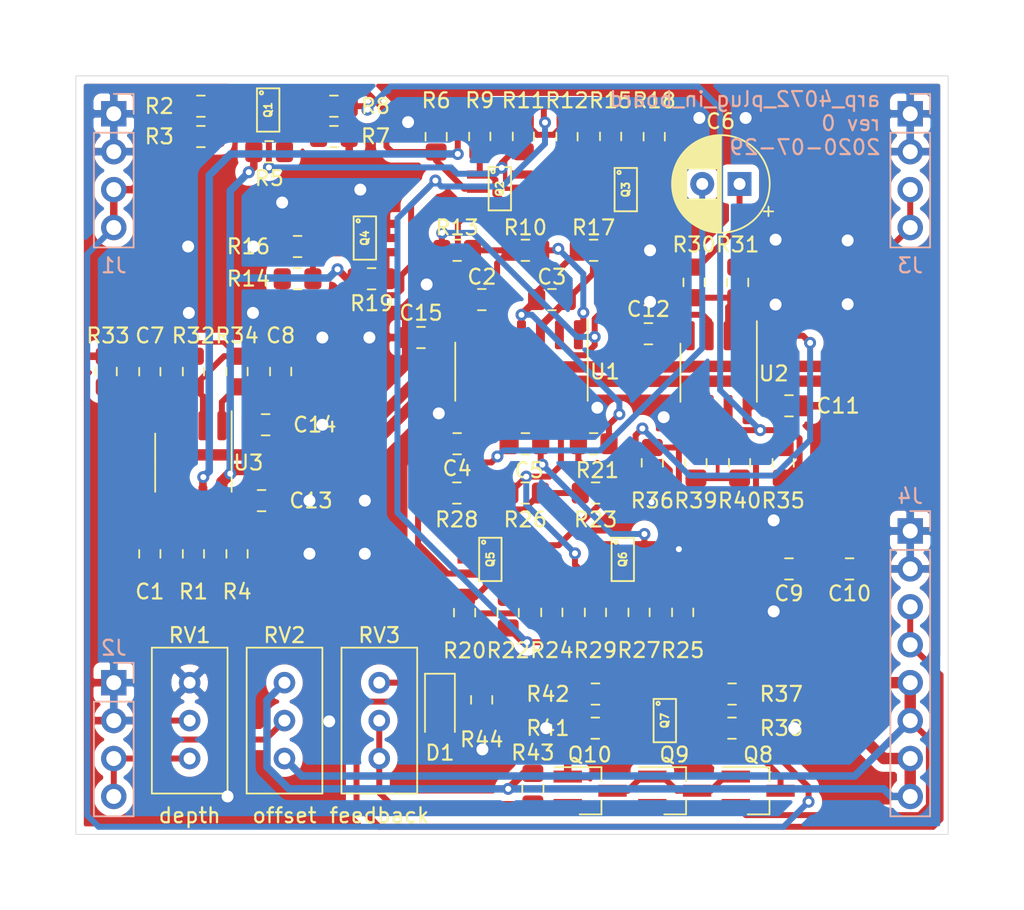
<source format=kicad_pcb>
(kicad_pcb (version 20171130) (host pcbnew 5.1.6-c6e7f7d~87~ubuntu18.04.1)
  (title_block (title "ARP 4072 LPF plug-in board") (date 2020-07-27) (rev 0) (comment 1 creativecommons.org/licenses/by/4.0/) (comment 2 "License: CC by 4.0") (comment 3 "Author: Jordan Aceto"))
  (layers (0 F.Cu signal) (31 B.Cu signal) (34 B.Paste user) (35 F.Paste user) (36 B.SilkS user) (37 F.SilkS user) (38 B.Mask user) (39 F.Mask user) (44 Edge.Cuts user))
  (net 0 "")
  (net 1 GND)
  (net 2 "Net-(C1-Pad1)")
  (net 3 +12V)
  (net 4 -12V)
  (net 5 "Net-(C4-Pad1)")
  (net 6 "Net-(C8-Pad2)")
  (net 7 "Net-(C2-Pad2)")
  (net 8 "Net-(C2-Pad1)")
  (net 9 "Net-(C3-Pad2)")
  (net 10 "Net-(C3-Pad1)")
  (net 11 "Net-(C4-Pad2)")
  (net 12 "Net-(C5-Pad2)")
  (net 13 "Net-(C5-Pad1)")
  (net 14 "Net-(C6-Pad1)")
  (net 15 "Net-(C7-Pad2)")
  (net 16 /low_pass_core/Vfc_in)
  (net 17 "Net-(D1-Pad1)")
  (net 18 /dry_signal)
  (net 19 /CV_scaler/raw_Vfc_in)
  (net 20 /low_pass_core/4_pole_v_out)
  (net 21 /feedback_VCA/feedback_CV_in)
  (net 22 "Net-(Q1-Pad6)")
  (net 23 "Net-(Q1-Pad5)")
  (net 24 "Net-(Q1-Pad1)")
  (net 25 "Net-(Q1-Pad3)")
  (net 26 "Net-(Q1-Pad2)")
  (net 27 "Net-(Q2-Pad6)")
  (net 28 "Net-(Q2-Pad1)")
  (net 29 "Net-(Q3-Pad6)")
  (net 30 "Net-(Q3-Pad5)")
  (net 31 "Net-(Q3-Pad1)")
  (net 32 "Net-(Q3-Pad2)")
  (net 33 "Net-(Q4-Pad1)")
  (net 34 "Net-(Q4-Pad3)")
  (net 35 "Net-(Q4-Pad2)")
  (net 36 "Net-(Q5-Pad6)")
  (net 37 "Net-(Q5-Pad5)")
  (net 38 "Net-(Q5-Pad1)")
  (net 39 "Net-(Q5-Pad2)")
  (net 40 "Net-(Q6-Pad5)")
  (net 41 "Net-(Q6-Pad1)")
  (net 42 "Net-(Q6-Pad2)")
  (net 43 "Net-(Q7-Pad6)")
  (net 44 "Net-(Q7-Pad5)")
  (net 45 "Net-(Q7-Pad1)")
  (net 46 "Net-(Q7-Pad3)")
  (net 47 "Net-(Q7-Pad2)")
  (net 48 "Net-(Q10-Pad3)")
  (net 49 "Net-(Q10-Pad2)")
  (net 50 /low_pass_core/v_bias)
  (net 51 /low_pass_core/feedback_signal_v_in)
  (net 52 "Net-(R30-Pad1)")
  (net 53 "Net-(RV1-Pad2)")
  (net 54 "Net-(Q6-Pad3)")
  (module Capacitor_SMD:C_0805_2012Metric_Pad1.15x1.40mm_HandSolder (layer F.Cu) (at 150.114 93.726)
    (fp_text reference C15 (at 0 -1.65) (layer F.SilkS))
    (fp_text value 100nF)
    (pad 2 smd roundrect (at 1.025 0) (size 1.15 1.4) (layers F.Cu F.Paste F.Mask) (roundrect_rratio 0.217391) (net 4 -12V))
    (pad 1 smd roundrect (at -1.025 0) (size 1.15 1.4) (layers F.Cu F.Paste F.Mask) (roundrect_rratio 0.217391) (net 1 GND))
  )
  (module lpf_footprints:SOT457 (layer F.Cu) (at 163.83 83.82 270)
    (fp_text reference Q3 (at 0 0 90) (layer F.SilkS) (effects (font (size 0.508 0.508) (thickness 0.127))))
    (fp_text value BCM857DS hide)
    (pad 6 smd rect (at -0.95 -1.45 270) (size 0.55 1.5) (layers F.Cu F.Paste F.Mask) (net 29 "Net-(Q3-Pad6)"))
    (pad 5 smd rect (at 0 -1.45 270) (size 0.55 1.5) (layers F.Cu F.Paste F.Mask) (net 30 "Net-(Q3-Pad5)"))
    (pad 4 smd rect (at 0.95 -1.45 270) (size 0.55 1.5) (layers F.Cu F.Paste F.Mask) (net 31 "Net-(Q3-Pad1)"))
    (pad 3 smd rect (at 0.95 1.45 270) (size 0.55 1.5) (layers F.Cu F.Paste F.Mask) (net 9 "Net-(C3-Pad2)"))
    (pad 2 smd rect (at 0 1.45 270) (size 0.55 1.5) (layers F.Cu F.Paste F.Mask) (net 32 "Net-(Q3-Pad2)"))
    (pad 1 smd rect (at -0.95 1.45 270) (size 0.55 1.5) (layers F.Cu F.Paste F.Mask) (net 31 "Net-(Q3-Pad1)"))
  )
  (module Package_SO:SOIC-8_3.9x4.9mm_P1.27mm (layer F.Cu) (at 134.874 102.108 270)
    (fp_text reference U3 (at 0 -3.683 180) (layer F.SilkS))
    (fp_text value TL072)
    (pad 8 smd roundrect (at 2.475 -1.905 270) (size 1.95 0.6) (layers F.Cu F.Paste F.Mask) (net 3 +12V))
    (pad 7 smd roundrect (at 2.475 -0.635 270) (size 1.95 0.6) (layers F.Cu F.Paste F.Mask) (net 50 /low_pass_core/v_bias))
    (pad 6 smd roundrect (at 2.475 0.635 270) (size 1.95 0.6) (layers F.Cu F.Paste F.Mask) (net 50 /low_pass_core/v_bias))
    (pad 5 smd roundrect (at 2.475 1.905 270) (size 1.95 0.6) (layers F.Cu F.Paste F.Mask) (net 2 "Net-(C1-Pad1)"))
    (pad 4 smd roundrect (at -2.475 1.905 270) (size 1.95 0.6) (layers F.Cu F.Paste F.Mask) (net 4 -12V))
    (pad 3 smd roundrect (at -2.475 0.635 270) (size 1.95 0.6) (layers F.Cu F.Paste F.Mask) (net 53 "Net-(RV1-Pad2)"))
    (pad 2 smd roundrect (at -2.475 -0.635 270) (size 1.95 0.6) (layers F.Cu F.Paste F.Mask) (net 6 "Net-(C8-Pad2)"))
    (pad 1 smd roundrect (at -2.475 -1.905 270) (size 1.95 0.6) (layers F.Cu F.Paste F.Mask) (net 16 /low_pass_core/Vfc_in))
  )
  (module Package_SO:SOIC-8_3.9x4.9mm_P1.27mm (layer F.Cu) (at 170.049 96.079 270)
    (fp_text reference U2 (at 0.06 -3.687 180) (layer F.SilkS))
    (fp_text value TL072)
    (pad 8 smd roundrect (at 2.475 -1.905 270) (size 1.95 0.6) (layers F.Cu F.Paste F.Mask) (net 3 +12V))
    (pad 7 smd roundrect (at 2.475 -0.635 270) (size 1.95 0.6) (layers F.Cu F.Paste F.Mask) (net 51 /low_pass_core/feedback_signal_v_in))
    (pad 6 smd roundrect (at 2.475 0.635 270) (size 1.95 0.6) (layers F.Cu F.Paste F.Mask) (net 43 "Net-(Q7-Pad6)"))
    (pad 5 smd roundrect (at 2.475 1.905 270) (size 1.95 0.6) (layers F.Cu F.Paste F.Mask) (net 46 "Net-(Q7-Pad3)"))
    (pad 4 smd roundrect (at -2.475 1.905 270) (size 1.95 0.6) (layers F.Cu F.Paste F.Mask) (net 4 -12V))
    (pad 3 smd roundrect (at -2.475 0.635 270) (size 1.95 0.6) (layers F.Cu F.Paste F.Mask) (net 1 GND))
    (pad 2 smd roundrect (at -2.475 -0.635 270) (size 1.95 0.6) (layers F.Cu F.Paste F.Mask) (net 52 "Net-(R30-Pad1)"))
    (pad 1 smd roundrect (at -2.475 -1.905 270) (size 1.95 0.6) (layers F.Cu F.Paste F.Mask) (net 20 /low_pass_core/4_pole_v_out))
  )
  (module Package_SO:SOIC-14_3.9x8.7mm_P1.27mm (layer F.Cu) (at 156.845 96.012 270)
    (fp_text reference U1 (at 0 -5.588 180) (layer F.SilkS))
    (fp_text value LM3900)
    (pad 14 smd roundrect (at 2.475 -3.81 270) (size 1.95 0.6) (layers F.Cu F.Paste F.Mask) (net 1 GND))
    (pad 13 smd roundrect (at 2.475 -2.54 270) (size 1.95 0.6) (layers F.Cu F.Paste F.Mask) (net 36 "Net-(Q5-Pad6)"))
    (pad 12 smd roundrect (at 2.475 -1.27 270) (size 1.95 0.6) (layers F.Cu F.Paste F.Mask) (net 54 "Net-(Q6-Pad3)"))
    (pad 11 smd roundrect (at 2.475 0 270) (size 1.95 0.6) (layers F.Cu F.Paste F.Mask) (net 12 "Net-(C5-Pad2)"))
    (pad 10 smd roundrect (at 2.475 1.27 270) (size 1.95 0.6) (layers F.Cu F.Paste F.Mask) (net 13 "Net-(C5-Pad1)"))
    (pad 9 smd roundrect (at 2.475 2.54 270) (size 1.95 0.6) (layers F.Cu F.Paste F.Mask) (net 5 "Net-(C4-Pad1)"))
    (pad 8 smd roundrect (at 2.475 3.81 270) (size 1.95 0.6) (layers F.Cu F.Paste F.Mask) (net 11 "Net-(C4-Pad2)"))
    (pad 7 smd roundrect (at -2.475 3.81 270) (size 1.95 0.6) (layers F.Cu F.Paste F.Mask) (net 4 -12V))
    (pad 6 smd roundrect (at -2.475 2.54 270) (size 1.95 0.6) (layers F.Cu F.Paste F.Mask) (net 7 "Net-(C2-Pad2)"))
    (pad 5 smd roundrect (at -2.475 1.27 270) (size 1.95 0.6) (layers F.Cu F.Paste F.Mask) (net 8 "Net-(C2-Pad1)"))
    (pad 4 smd roundrect (at -2.475 0 270) (size 1.95 0.6) (layers F.Cu F.Paste F.Mask) (net 10 "Net-(C3-Pad1)"))
    (pad 3 smd roundrect (at -2.475 -1.27 270) (size 1.95 0.6) (layers F.Cu F.Paste F.Mask) (net 9 "Net-(C3-Pad2)"))
    (pad 2 smd roundrect (at -2.475 -2.54 270) (size 1.95 0.6) (layers F.Cu F.Paste F.Mask) (net 29 "Net-(Q3-Pad6)"))
    (pad 1 smd roundrect (at -2.475 -3.81 270) (size 1.95 0.6) (layers F.Cu F.Paste F.Mask) (net 27 "Net-(Q2-Pad6)"))
  )
  (module Potentiometer_THT:Potentiometer_Bourns_3296W_Vertical (layer F.Cu) (at 147.32 116.84 90)
    (fp_text reference RV3 (at 3.175 0 180) (layer F.SilkS))
    (fp_text value 50k)
    (pad 3 thru_hole circle (at -5.08 0 90) (size 1.44 1.44) (drill 0.8) (layers *.Cu *.Mask) (net 49 "Net-(Q10-Pad2)"))
    (pad 2 thru_hole circle (at -2.54 0 90) (size 1.44 1.44) (drill 0.8) (layers *.Cu *.Mask) (net 49 "Net-(Q10-Pad2)"))
    (pad 1 thru_hole circle (at 0 0 90) (size 1.44 1.44) (drill 0.8) (layers *.Cu *.Mask) (net 17 "Net-(D1-Pad1)"))
  )
  (module Potentiometer_THT:Potentiometer_Bourns_3296W_Vertical (layer F.Cu) (at 140.97 116.84 90)
    (fp_text reference RV2 (at 3.175 0 180) (layer F.SilkS))
    (fp_text value 100k)
    (pad 3 thru_hole circle (at -5.08 0 90) (size 1.44 1.44) (drill 0.8) (layers *.Cu *.Mask) (net 4 -12V))
    (pad 2 thru_hole circle (at -2.54 0 90) (size 1.44 1.44) (drill 0.8) (layers *.Cu *.Mask) (net 15 "Net-(C7-Pad2)"))
    (pad 1 thru_hole circle (at 0 0 90) (size 1.44 1.44) (drill 0.8) (layers *.Cu *.Mask) (net 3 +12V))
  )
  (module Potentiometer_THT:Potentiometer_Bourns_3296W_Vertical (layer F.Cu) (at 134.62 116.84 90)
    (fp_text reference RV1 (at 3.175 0 180) (layer F.SilkS))
    (fp_text value 10k)
    (pad 3 thru_hole circle (at -5.08 0 90) (size 1.44 1.44) (drill 0.8) (layers *.Cu *.Mask) (net 19 /CV_scaler/raw_Vfc_in))
    (pad 2 thru_hole circle (at -2.54 0 90) (size 1.44 1.44) (drill 0.8) (layers *.Cu *.Mask) (net 53 "Net-(RV1-Pad2)"))
    (pad 1 thru_hole circle (at 0 0 90) (size 1.44 1.44) (drill 0.8) (layers *.Cu *.Mask) (net 1 GND))
  )
  (module Resistor_SMD:R_0805_2012Metric_Pad1.15x1.40mm_HandSolder (layer F.Cu) (at 154.178 117.992 90)
    (fp_text reference R44 (at -2.658 0 180) (layer F.SilkS))
    (fp_text value 7k5)
    (pad 2 smd roundrect (at 1.025 0 90) (size 1.15 1.4) (layers F.Cu F.Paste F.Mask) (roundrect_rratio 0.217391) (net 17 "Net-(D1-Pad1)"))
    (pad 1 smd roundrect (at -1.025 0 90) (size 1.15 1.4) (layers F.Cu F.Paste F.Mask) (roundrect_rratio 0.217391) (net 21 /feedback_VCA/feedback_CV_in))
  )
  (module Resistor_SMD:R_0805_2012Metric_Pad1.15x1.40mm_HandSolder (layer F.Cu) (at 157.607 123.943 90)
    (fp_text reference R43 (at 2.413 0 180) (layer F.SilkS))
    (fp_text value 680k)
    (pad 2 smd roundrect (at 1.025 0 90) (size 1.15 1.4) (layers F.Cu F.Paste F.Mask) (roundrect_rratio 0.217391) (net 3 +12V))
    (pad 1 smd roundrect (at -1.025 0 90) (size 1.15 1.4) (layers F.Cu F.Paste F.Mask) (roundrect_rratio 0.217391) (net 49 "Net-(Q10-Pad2)"))
  )
  (module Resistor_SMD:R_0805_2012Metric_Pad1.15x1.40mm_HandSolder (layer F.Cu) (at 161.798 117.602)
    (fp_text reference R42 (at -3.184 0) (layer F.SilkS))
    (fp_text value 33k)
    (pad 2 smd roundrect (at 1.025 0) (size 1.15 1.4) (layers F.Cu F.Paste F.Mask) (roundrect_rratio 0.217391) (net 47 "Net-(Q7-Pad2)"))
    (pad 1 smd roundrect (at -1.025 0) (size 1.15 1.4) (layers F.Cu F.Paste F.Mask) (roundrect_rratio 0.217391) (net 20 /low_pass_core/4_pole_v_out))
  )
  (module Resistor_SMD:R_0805_2012Metric_Pad1.15x1.40mm_HandSolder (layer F.Cu) (at 161.789 119.888)
    (fp_text reference R41 (at -3.175 0) (layer F.SilkS))
    (fp_text value 220)
    (pad 2 smd roundrect (at 1.025 0) (size 1.15 1.4) (layers F.Cu F.Paste F.Mask) (roundrect_rratio 0.217391) (net 47 "Net-(Q7-Pad2)"))
    (pad 1 smd roundrect (at -1.025 0) (size 1.15 1.4) (layers F.Cu F.Paste F.Mask) (roundrect_rratio 0.217391) (net 1 GND))
  )
  (module Resistor_SMD:R_0805_2012Metric_Pad1.15x1.40mm_HandSolder (layer F.Cu) (at 171.45 102.117 270)
    (fp_text reference R40 (at 2.531 0 180) (layer F.SilkS))
    (fp_text value 47k)
    (pad 2 smd roundrect (at 1.025 0 270) (size 1.15 1.4) (layers F.Cu F.Paste F.Mask) (roundrect_rratio 0.217391) (net 3 +12V))
    (pad 1 smd roundrect (at -1.025 0 270) (size 1.15 1.4) (layers F.Cu F.Paste F.Mask) (roundrect_rratio 0.217391) (net 43 "Net-(Q7-Pad6)"))
  )
  (module Resistor_SMD:R_0805_2012Metric_Pad1.15x1.40mm_HandSolder (layer F.Cu) (at 168.529 102.117 270)
    (fp_text reference R39 (at 2.531 0 180) (layer F.SilkS))
    (fp_text value 47k)
    (pad 2 smd roundrect (at 1.025 0 270) (size 1.15 1.4) (layers F.Cu F.Paste F.Mask) (roundrect_rratio 0.217391) (net 3 +12V))
    (pad 1 smd roundrect (at -1.025 0 270) (size 1.15 1.4) (layers F.Cu F.Paste F.Mask) (roundrect_rratio 0.217391) (net 46 "Net-(Q7-Pad3)"))
  )
  (module Resistor_SMD:R_0805_2012Metric_Pad1.15x1.40mm_HandSolder (layer F.Cu) (at 170.942 119.888 180)
    (fp_text reference R38 (at -3.311 0) (layer F.SilkS))
    (fp_text value 220)
    (pad 2 smd roundrect (at 1.025 0 180) (size 1.15 1.4) (layers F.Cu F.Paste F.Mask) (roundrect_rratio 0.217391) (net 44 "Net-(Q7-Pad5)"))
    (pad 1 smd roundrect (at -1.025 0 180) (size 1.15 1.4) (layers F.Cu F.Paste F.Mask) (roundrect_rratio 0.217391) (net 1 GND))
  )
  (module Resistor_SMD:R_0805_2012Metric_Pad1.15x1.40mm_HandSolder (layer F.Cu) (at 170.951 117.602)
    (fp_text reference R37 (at 3.293 0) (layer F.SilkS))
    (fp_text value 39k)
    (pad 2 smd roundrect (at 1.025 0) (size 1.15 1.4) (layers F.Cu F.Paste F.Mask) (roundrect_rratio 0.217391) (net 18 /dry_signal))
    (pad 1 smd roundrect (at -1.025 0) (size 1.15 1.4) (layers F.Cu F.Paste F.Mask) (roundrect_rratio 0.217391) (net 44 "Net-(Q7-Pad5)"))
  )
  (module Resistor_SMD:R_0805_2012Metric_Pad1.15x1.40mm_HandSolder (layer F.Cu) (at 165.608 102.117 90)
    (fp_text reference R36 (at -2.531 0 180) (layer F.SilkS))
    (fp_text value 220k)
    (pad 2 smd roundrect (at 1.025 0 90) (size 1.15 1.4) (layers F.Cu F.Paste F.Mask) (roundrect_rratio 0.217391) (net 46 "Net-(Q7-Pad3)"))
    (pad 1 smd roundrect (at -1.025 0 90) (size 1.15 1.4) (layers F.Cu F.Paste F.Mask) (roundrect_rratio 0.217391) (net 1 GND))
  )
  (module Resistor_SMD:R_0805_2012Metric_Pad1.15x1.40mm_HandSolder (layer F.Cu) (at 174.371 102.117 270)
    (fp_text reference R35 (at 2.531 0 180) (layer F.SilkS))
    (fp_text value 220k)
    (pad 2 smd roundrect (at 1.025 0 270) (size 1.15 1.4) (layers F.Cu F.Paste F.Mask) (roundrect_rratio 0.217391) (net 51 /low_pass_core/feedback_signal_v_in))
    (pad 1 smd roundrect (at -1.025 0 270) (size 1.15 1.4) (layers F.Cu F.Paste F.Mask) (roundrect_rratio 0.217391) (net 43 "Net-(Q7-Pad6)"))
  )
  (module Resistor_SMD:R_0805_2012Metric_Pad1.15x1.40mm_HandSolder (layer F.Cu) (at 137.795 96.003 90)
    (fp_text reference R34 (at 2.404 0 180) (layer F.SilkS))
    (fp_text value 100k)
    (pad 2 smd roundrect (at 1.025 0 90) (size 1.15 1.4) (layers F.Cu F.Paste F.Mask) (roundrect_rratio 0.217391) (net 6 "Net-(C8-Pad2)"))
    (pad 1 smd roundrect (at -1.025 0 90) (size 1.15 1.4) (layers F.Cu F.Paste F.Mask) (roundrect_rratio 0.217391) (net 16 /low_pass_core/Vfc_in))
  )
  (module Resistor_SMD:R_0805_2012Metric_Pad1.15x1.40mm_HandSolder (layer F.Cu) (at 129.032 96.003 90)
    (fp_text reference R33 (at 2.404 0.127 180) (layer F.SilkS))
    (fp_text value 20k)
    (pad 2 smd roundrect (at 1.025 0 90) (size 1.15 1.4) (layers F.Cu F.Paste F.Mask) (roundrect_rratio 0.217391) (net 1 GND))
    (pad 1 smd roundrect (at -1.025 0 90) (size 1.15 1.4) (layers F.Cu F.Paste F.Mask) (roundrect_rratio 0.217391) (net 6 "Net-(C8-Pad2)"))
  )
  (module Resistor_SMD:R_0805_2012Metric_Pad1.15x1.40mm_HandSolder (layer F.Cu) (at 134.874 96.003 90)
    (fp_text reference R32 (at 2.404 0 180) (layer F.SilkS))
    (fp_text value 470k)
    (pad 2 smd roundrect (at 1.025 0 90) (size 1.15 1.4) (layers F.Cu F.Paste F.Mask) (roundrect_rratio 0.217391) (net 15 "Net-(C7-Pad2)"))
    (pad 1 smd roundrect (at -1.025 0 90) (size 1.15 1.4) (layers F.Cu F.Paste F.Mask) (roundrect_rratio 0.217391) (net 6 "Net-(C8-Pad2)"))
  )
  (module Resistor_SMD:R_0805_2012Metric_Pad1.15x1.40mm_HandSolder (layer F.Cu) (at 171.323 90.034 270)
    (fp_text reference R31 (at -2.531 0 180) (layer F.SilkS))
    (fp_text value 82k)
    (pad 2 smd roundrect (at 1.025 0 270) (size 1.15 1.4) (layers F.Cu F.Paste F.Mask) (roundrect_rratio 0.217391) (net 52 "Net-(R30-Pad1)"))
    (pad 1 smd roundrect (at -1.025 0 270) (size 1.15 1.4) (layers F.Cu F.Paste F.Mask) (roundrect_rratio 0.217391) (net 20 /low_pass_core/4_pole_v_out))
  )
  (module Resistor_SMD:R_0805_2012Metric_Pad1.15x1.40mm_HandSolder (layer F.Cu) (at 168.402 90.034 90)
    (fp_text reference R30 (at 2.531 0 180) (layer F.SilkS))
    (fp_text value 10k)
    (pad 2 smd roundrect (at 1.025 0 90) (size 1.15 1.4) (layers F.Cu F.Paste F.Mask) (roundrect_rratio 0.217391) (net 14 "Net-(C6-Pad1)"))
    (pad 1 smd roundrect (at -1.025 0 90) (size 1.15 1.4) (layers F.Cu F.Paste F.Mask) (roundrect_rratio 0.217391) (net 52 "Net-(R30-Pad1)"))
  )
  (module Resistor_SMD:R_0805_2012Metric_Pad1.15x1.40mm_HandSolder (layer F.Cu) (at 161.798 112.132 90)
    (fp_text reference R29 (at -2.54 0 180) (layer F.SilkS))
    (fp_text value 220)
    (pad 2 smd roundrect (at 1.025 0 90) (size 1.15 1.4) (layers F.Cu F.Paste F.Mask) (roundrect_rratio 0.217391) (net 42 "Net-(Q6-Pad2)"))
    (pad 1 smd roundrect (at -1.025 0 90) (size 1.15 1.4) (layers F.Cu F.Paste F.Mask) (roundrect_rratio 0.217391) (net 50 /low_pass_core/v_bias))
  )
  (module Resistor_SMD:R_0805_2012Metric_Pad1.15x1.40mm_HandSolder (layer F.Cu) (at 152.518 104.14)
    (fp_text reference R28 (at -0.009 1.778) (layer F.SilkS))
    (fp_text value 10k)
    (pad 2 smd roundrect (at 1.025 0) (size 1.15 1.4) (layers F.Cu F.Paste F.Mask) (roundrect_rratio 0.217391) (net 54 "Net-(Q6-Pad3)"))
    (pad 1 smd roundrect (at -1.025 0) (size 1.15 1.4) (layers F.Cu F.Paste F.Mask) (roundrect_rratio 0.217391) (net 13 "Net-(C5-Pad1)"))
  )
  (module Resistor_SMD:R_0805_2012Metric_Pad1.15x1.40mm_HandSolder (layer F.Cu) (at 164.719 112.132 90)
    (fp_text reference R27 (at -2.531 0 180) (layer F.SilkS))
    (fp_text value 1k)
    (pad 2 smd roundrect (at 1.025 0 90) (size 1.15 1.4) (layers F.Cu F.Paste F.Mask) (roundrect_rratio 0.217391) (net 41 "Net-(Q6-Pad1)"))
    (pad 1 smd roundrect (at -1.025 0 90) (size 1.15 1.4) (layers F.Cu F.Paste F.Mask) (roundrect_rratio 0.217391) (net 34 "Net-(Q4-Pad3)"))
  )
  (module Resistor_SMD:R_0805_2012Metric_Pad1.15x1.40mm_HandSolder (layer F.Cu) (at 157.09 104.14)
    (fp_text reference R26 (at 0.009 1.778) (layer F.SilkS))
    (fp_text value 10k)
    (pad 2 smd roundrect (at 1.025 0) (size 1.15 1.4) (layers F.Cu F.Paste F.Mask) (roundrect_rratio 0.217391) (net 5 "Net-(C4-Pad1)"))
    (pad 1 smd roundrect (at -1.025 0) (size 1.15 1.4) (layers F.Cu F.Paste F.Mask) (roundrect_rratio 0.217391) (net 54 "Net-(Q6-Pad3)"))
  )
  (module Resistor_SMD:R_0805_2012Metric_Pad1.15x1.40mm_HandSolder (layer F.Cu) (at 167.64 112.132 90)
    (fp_text reference R25 (at -2.54 0 180) (layer F.SilkS))
    (fp_text value 220)
    (pad 2 smd roundrect (at 1.025 0 90) (size 1.15 1.4) (layers F.Cu F.Paste F.Mask) (roundrect_rratio 0.217391) (net 40 "Net-(Q6-Pad5)"))
    (pad 1 smd roundrect (at -1.025 0 90) (size 1.15 1.4) (layers F.Cu F.Paste F.Mask) (roundrect_rratio 0.217391) (net 50 /low_pass_core/v_bias))
  )
  (module Resistor_SMD:R_0805_2012Metric_Pad1.15x1.40mm_HandSolder (layer F.Cu) (at 158.877 112.132 90)
    (fp_text reference R24 (at -2.54 0 180) (layer F.SilkS))
    (fp_text value 220)
    (pad 2 smd roundrect (at 1.025 0 90) (size 1.15 1.4) (layers F.Cu F.Paste F.Mask) (roundrect_rratio 0.217391) (net 37 "Net-(Q5-Pad5)"))
    (pad 1 smd roundrect (at -1.025 0 90) (size 1.15 1.4) (layers F.Cu F.Paste F.Mask) (roundrect_rratio 0.217391) (net 50 /low_pass_core/v_bias))
  )
  (module Resistor_SMD:R_0805_2012Metric_Pad1.15x1.40mm_HandSolder (layer F.Cu) (at 161.807 104.14)
    (fp_text reference R23 (at 0 1.778) (layer F.SilkS))
    (fp_text value 10k)
    (pad 2 smd roundrect (at 1.025 0) (size 1.15 1.4) (layers F.Cu F.Paste F.Mask) (roundrect_rratio 0.217391) (net 36 "Net-(Q5-Pad6)"))
    (pad 1 smd roundrect (at -1.025 0) (size 1.15 1.4) (layers F.Cu F.Paste F.Mask) (roundrect_rratio 0.217391) (net 5 "Net-(C4-Pad1)"))
  )
  (module Resistor_SMD:R_0805_2012Metric_Pad1.15x1.40mm_HandSolder (layer F.Cu) (at 155.956 112.15 90)
    (fp_text reference R22 (at -2.531 0 180) (layer F.SilkS))
    (fp_text value 1k)
    (pad 2 smd roundrect (at 1.025 0 90) (size 1.15 1.4) (layers F.Cu F.Paste F.Mask) (roundrect_rratio 0.217391) (net 38 "Net-(Q5-Pad1)"))
    (pad 1 smd roundrect (at -1.025 0 90) (size 1.15 1.4) (layers F.Cu F.Paste F.Mask) (roundrect_rratio 0.217391) (net 34 "Net-(Q4-Pad3)"))
  )
  (module Resistor_SMD:R_0805_2012Metric_Pad1.15x1.40mm_HandSolder (layer F.Cu) (at 161.68 100.838)
    (fp_text reference R21 (at 0.245 1.778) (layer F.SilkS))
    (fp_text value 10k)
    (pad 2 smd roundrect (at 1.025 0) (size 1.15 1.4) (layers F.Cu F.Paste F.Mask) (roundrect_rratio 0.217391) (net 10 "Net-(C3-Pad1)"))
    (pad 1 smd roundrect (at -1.025 0) (size 1.15 1.4) (layers F.Cu F.Paste F.Mask) (roundrect_rratio 0.217391) (net 36 "Net-(Q5-Pad6)"))
  )
  (module Resistor_SMD:R_0805_2012Metric_Pad1.15x1.40mm_HandSolder (layer F.Cu) (at 153.035 112.15 90)
    (fp_text reference R20 (at -2.54 0 180) (layer F.SilkS))
    (fp_text value 220)
    (pad 2 smd roundrect (at 1.025 0 90) (size 1.15 1.4) (layers F.Cu F.Paste F.Mask) (roundrect_rratio 0.217391) (net 39 "Net-(Q5-Pad2)"))
    (pad 1 smd roundrect (at -1.025 0 90) (size 1.15 1.4) (layers F.Cu F.Paste F.Mask) (roundrect_rratio 0.217391) (net 50 /low_pass_core/v_bias))
  )
  (module Resistor_SMD:R_0805_2012Metric_Pad1.15x1.40mm_HandSolder (layer F.Cu) (at 146.803 89.789)
    (fp_text reference R19 (at 0.009 1.651) (layer F.SilkS))
    (fp_text value 10k)
    (pad 2 smd roundrect (at 1.025 0) (size 1.15 1.4) (layers F.Cu F.Paste F.Mask) (roundrect_rratio 0.217391) (net 33 "Net-(Q4-Pad1)"))
    (pad 1 smd roundrect (at -1.025 0) (size 1.15 1.4) (layers F.Cu F.Paste F.Mask) (roundrect_rratio 0.217391) (net 3 +12V))
  )
  (module Resistor_SMD:R_0805_2012Metric_Pad1.15x1.40mm_HandSolder (layer F.Cu) (at 165.735 80.273 270)
    (fp_text reference R18 (at -2.422 0 180) (layer F.SilkS))
    (fp_text value 220)
    (pad 2 smd roundrect (at 1.025 0 270) (size 1.15 1.4) (layers F.Cu F.Paste F.Mask) (roundrect_rratio 0.217391) (net 30 "Net-(Q3-Pad5)"))
    (pad 1 smd roundrect (at -1.025 0 270) (size 1.15 1.4) (layers F.Cu F.Paste F.Mask) (roundrect_rratio 0.217391) (net 50 /low_pass_core/v_bias))
  )
  (module Resistor_SMD:R_0805_2012Metric_Pad1.15x1.40mm_HandSolder (layer F.Cu) (at 161.68 87.884)
    (fp_text reference R17 (at -0.009 -1.524) (layer F.SilkS))
    (fp_text value 10k)
    (pad 2 smd roundrect (at 1.025 0) (size 1.15 1.4) (layers F.Cu F.Paste F.Mask) (roundrect_rratio 0.217391) (net 29 "Net-(Q3-Pad6)"))
    (pad 1 smd roundrect (at -1.025 0) (size 1.15 1.4) (layers F.Cu F.Paste F.Mask) (roundrect_rratio 0.217391) (net 10 "Net-(C3-Pad1)"))
  )
  (module Resistor_SMD:R_0805_2012Metric_Pad1.15x1.40mm_HandSolder (layer F.Cu) (at 141.85 87.63 180)
    (fp_text reference R16 (at 3.293 0) (layer F.SilkS))
    (fp_text value 2k2)
    (pad 2 smd roundrect (at 1.025 0 180) (size 1.15 1.4) (layers F.Cu F.Paste F.Mask) (roundrect_rratio 0.217391) (net 1 GND))
    (pad 1 smd roundrect (at -1.025 0 180) (size 1.15 1.4) (layers F.Cu F.Paste F.Mask) (roundrect_rratio 0.217391) (net 35 "Net-(Q4-Pad2)"))
  )
  (module Resistor_SMD:R_0805_2012Metric_Pad1.15x1.40mm_HandSolder (layer F.Cu) (at 162.814 80.255 270)
    (fp_text reference R15 (at -2.404 0 180) (layer F.SilkS))
    (fp_text value 1k)
    (pad 2 smd roundrect (at 1.025 0 270) (size 1.15 1.4) (layers F.Cu F.Paste F.Mask) (roundrect_rratio 0.217391) (net 31 "Net-(Q3-Pad1)"))
    (pad 1 smd roundrect (at -1.025 0 270) (size 1.15 1.4) (layers F.Cu F.Paste F.Mask) (roundrect_rratio 0.217391) (net 34 "Net-(Q4-Pad3)"))
  )
  (module Resistor_SMD:R_0805_2012Metric_Pad1.15x1.40mm_HandSolder (layer F.Cu) (at 141.85 89.789 180)
    (fp_text reference R14 (at 3.293 0) (layer F.SilkS))
    (fp_text value 100k)
    (pad 2 smd roundrect (at 1.025 0 180) (size 1.15 1.4) (layers F.Cu F.Paste F.Mask) (roundrect_rratio 0.217391) (net 16 /low_pass_core/Vfc_in))
    (pad 1 smd roundrect (at -1.025 0 180) (size 1.15 1.4) (layers F.Cu F.Paste F.Mask) (roundrect_rratio 0.217391) (net 35 "Net-(Q4-Pad2)"))
  )
  (module Resistor_SMD:R_0805_2012Metric_Pad1.15x1.40mm_HandSolder (layer F.Cu) (at 152.536 87.884)
    (fp_text reference R13 (at 0 -1.524) (layer F.SilkS))
    (fp_text value 10k)
    (pad 2 smd roundrect (at 1.025 0) (size 1.15 1.4) (layers F.Cu F.Paste F.Mask) (roundrect_rratio 0.217391) (net 8 "Net-(C2-Pad1)"))
    (pad 1 smd roundrect (at -1.025 0) (size 1.15 1.4) (layers F.Cu F.Paste F.Mask) (roundrect_rratio 0.217391) (net 29 "Net-(Q3-Pad6)"))
  )
  (module Resistor_SMD:R_0805_2012Metric_Pad1.15x1.40mm_HandSolder (layer F.Cu) (at 159.893 80.273 270)
    (fp_text reference R12 (at -2.422 0 180) (layer F.SilkS))
    (fp_text value 220)
    (pad 2 smd roundrect (at 1.025 0 270) (size 1.15 1.4) (layers F.Cu F.Paste F.Mask) (roundrect_rratio 0.217391) (net 32 "Net-(Q3-Pad2)"))
    (pad 1 smd roundrect (at -1.025 0 270) (size 1.15 1.4) (layers F.Cu F.Paste F.Mask) (roundrect_rratio 0.217391) (net 50 /low_pass_core/v_bias))
  )
  (module Resistor_SMD:R_0805_2012Metric_Pad1.15x1.40mm_HandSolder (layer F.Cu) (at 156.972 80.255 270)
    (fp_text reference R11 (at -2.404 0 180) (layer F.SilkS))
    (fp_text value 220)
    (pad 2 smd roundrect (at 1.025 0 270) (size 1.15 1.4) (layers F.Cu F.Paste F.Mask) (roundrect_rratio 0.217391) (net 25 "Net-(Q1-Pad3)"))
    (pad 1 smd roundrect (at -1.025 0 270) (size 1.15 1.4) (layers F.Cu F.Paste F.Mask) (roundrect_rratio 0.217391) (net 50 /low_pass_core/v_bias))
  )
  (module Resistor_SMD:R_0805_2012Metric_Pad1.15x1.40mm_HandSolder (layer F.Cu) (at 157.108 87.884)
    (fp_text reference R10 (at -0.009 -1.524) (layer F.SilkS))
    (fp_text value 10k)
    (pad 2 smd roundrect (at 1.025 0) (size 1.15 1.4) (layers F.Cu F.Paste F.Mask) (roundrect_rratio 0.217391) (net 27 "Net-(Q2-Pad6)"))
    (pad 1 smd roundrect (at -1.025 0) (size 1.15 1.4) (layers F.Cu F.Paste F.Mask) (roundrect_rratio 0.217391) (net 8 "Net-(C2-Pad1)"))
  )
  (module Resistor_SMD:R_0805_2012Metric_Pad1.15x1.40mm_HandSolder (layer F.Cu) (at 154.051 80.255 270)
    (fp_text reference R9 (at -2.413 0 180) (layer F.SilkS))
    (fp_text value 1k)
    (pad 2 smd roundrect (at 1.025 0 270) (size 1.15 1.4) (layers F.Cu F.Paste F.Mask) (roundrect_rratio 0.217391) (net 28 "Net-(Q2-Pad1)"))
    (pad 1 smd roundrect (at -1.025 0 270) (size 1.15 1.4) (layers F.Cu F.Paste F.Mask) (roundrect_rratio 0.217391) (net 34 "Net-(Q4-Pad3)"))
  )
  (module Resistor_SMD:R_0805_2012Metric_Pad1.15x1.40mm_HandSolder (layer F.Cu) (at 144.281 78.232 180)
    (fp_text reference R8 (at -2.785 0) (layer F.SilkS))
    (fp_text value 15k)
    (pad 2 smd roundrect (at 1.025 0 180) (size 1.15 1.4) (layers F.Cu F.Paste F.Mask) (roundrect_rratio 0.217391) (net 23 "Net-(Q1-Pad5)"))
    (pad 1 smd roundrect (at -1.025 0 180) (size 1.15 1.4) (layers F.Cu F.Paste F.Mask) (roundrect_rratio 0.217391) (net 51 /low_pass_core/feedback_signal_v_in))
  )
  (module Resistor_SMD:R_0805_2012Metric_Pad1.15x1.40mm_HandSolder (layer F.Cu) (at 144.281 80.264)
    (fp_text reference R7 (at 2.785 0) (layer F.SilkS))
    (fp_text value 220)
    (pad 2 smd roundrect (at 1.025 0) (size 1.15 1.4) (layers F.Cu F.Paste F.Mask) (roundrect_rratio 0.217391) (net 1 GND))
    (pad 1 smd roundrect (at -1.025 0) (size 1.15 1.4) (layers F.Cu F.Paste F.Mask) (roundrect_rratio 0.217391) (net 23 "Net-(Q1-Pad5)"))
  )
  (module Resistor_SMD:R_0805_2012Metric_Pad1.15x1.40mm_HandSolder (layer F.Cu) (at 151.13 80.273 270)
    (fp_text reference R6 (at -2.422 0 180) (layer F.SilkS))
    (fp_text value 220)
    (pad 2 smd roundrect (at 1.025 0 270) (size 1.15 1.4) (layers F.Cu F.Paste F.Mask) (roundrect_rratio 0.217391) (net 22 "Net-(Q1-Pad6)"))
    (pad 1 smd roundrect (at -1.025 0 270) (size 1.15 1.4) (layers F.Cu F.Paste F.Mask) (roundrect_rratio 0.217391) (net 50 /low_pass_core/v_bias))
  )
  (module Resistor_SMD:R_0805_2012Metric_Pad1.15x1.40mm_HandSolder (layer F.Cu) (at 139.945 81.28)
    (fp_text reference R5 (at 0.009 1.778) (layer F.SilkS))
    (fp_text value 33k)
    (pad 2 smd roundrect (at 1.025 0) (size 1.15 1.4) (layers F.Cu F.Paste F.Mask) (roundrect_rratio 0.217391) (net 24 "Net-(Q1-Pad1)"))
    (pad 1 smd roundrect (at -1.025 0) (size 1.15 1.4) (layers F.Cu F.Paste F.Mask) (roundrect_rratio 0.217391) (net 3 +12V))
  )
  (module Resistor_SMD:R_0805_2012Metric_Pad1.15x1.40mm_HandSolder (layer F.Cu) (at 137.795 108.213 270)
    (fp_text reference R4 (at 2.531 0 180) (layer F.SilkS))
    (fp_text value 10k)
    (pad 2 smd roundrect (at 1.025 0 270) (size 1.15 1.4) (layers F.Cu F.Paste F.Mask) (roundrect_rratio 0.217391) (net 4 -12V))
    (pad 1 smd roundrect (at -1.025 0 270) (size 1.15 1.4) (layers F.Cu F.Paste F.Mask) (roundrect_rratio 0.217391) (net 2 "Net-(C1-Pad1)"))
  )
  (module Resistor_SMD:R_0805_2012Metric_Pad1.15x1.40mm_HandSolder (layer F.Cu) (at 135.373 80.264 180)
    (fp_text reference R3 (at 2.785 0) (layer F.SilkS))
    (fp_text value 220)
    (pad 2 smd roundrect (at 1.025 0 180) (size 1.15 1.4) (layers F.Cu F.Paste F.Mask) (roundrect_rratio 0.217391) (net 1 GND))
    (pad 1 smd roundrect (at -1.025 0 180) (size 1.15 1.4) (layers F.Cu F.Paste F.Mask) (roundrect_rratio 0.217391) (net 26 "Net-(Q1-Pad2)"))
  )
  (module Resistor_SMD:R_0805_2012Metric_Pad1.15x1.40mm_HandSolder (layer F.Cu) (at 135.373 78.232 180)
    (fp_text reference R2 (at 2.785 0) (layer F.SilkS))
    (fp_text value 100k)
    (pad 2 smd roundrect (at 1.025 0 180) (size 1.15 1.4) (layers F.Cu F.Paste F.Mask) (roundrect_rratio 0.217391) (net 18 /dry_signal))
    (pad 1 smd roundrect (at -1.025 0 180) (size 1.15 1.4) (layers F.Cu F.Paste F.Mask) (roundrect_rratio 0.217391) (net 26 "Net-(Q1-Pad2)"))
  )
  (module Resistor_SMD:R_0805_2012Metric_Pad1.15x1.40mm_HandSolder (layer F.Cu) (at 134.874 108.213 90)
    (fp_text reference R1 (at -2.531 0 180) (layer F.SilkS))
    (fp_text value 10k)
    (pad 2 smd roundrect (at 1.025 0 90) (size 1.15 1.4) (layers F.Cu F.Paste F.Mask) (roundrect_rratio 0.217391) (net 2 "Net-(C1-Pad1)"))
    (pad 1 smd roundrect (at -1.025 0 90) (size 1.15 1.4) (layers F.Cu F.Paste F.Mask) (roundrect_rratio 0.217391) (net 1 GND))
  )
  (module Package_TO_SOT_SMD:SOT-23_Handsoldering (layer F.Cu) (at 161.441 124.079)
    (fp_text reference Q10 (at -0.024 -2.413) (layer F.SilkS))
    (fp_text value MMBT3906)
    (pad 3 smd rect (at 1.5 0) (size 1.9 0.8) (layers F.Cu F.Paste F.Mask) (net 48 "Net-(Q10-Pad3)"))
    (pad 2 smd rect (at -1.5 0.95) (size 1.9 0.8) (layers F.Cu F.Paste F.Mask) (net 49 "Net-(Q10-Pad2)"))
    (pad 1 smd rect (at -1.5 -0.95) (size 1.9 0.8) (layers F.Cu F.Paste F.Mask) (net 1 GND))
  )
  (module Package_TO_SOT_SMD:SOT-23_Handsoldering (layer F.Cu) (at 167.108 124.079)
    (fp_text reference Q9 (at -0.024 -2.413) (layer F.SilkS))
    (fp_text value MMBT3904)
    (pad 3 smd rect (at 1.5 0) (size 1.9 0.8) (layers F.Cu F.Paste F.Mask) (net 48 "Net-(Q10-Pad3)"))
    (pad 2 smd rect (at -1.5 0.95) (size 1.9 0.8) (layers F.Cu F.Paste F.Mask) (net 4 -12V))
    (pad 1 smd rect (at -1.5 -0.95) (size 1.9 0.8) (layers F.Cu F.Paste F.Mask) (net 48 "Net-(Q10-Pad3)"))
  )
  (module Package_TO_SOT_SMD:SOT-23_Handsoldering (layer F.Cu) (at 172.696 124.079)
    (fp_text reference Q8 (at 0 -2.413) (layer F.SilkS))
    (fp_text value MMBT3904)
    (pad 3 smd rect (at 1.5 0) (size 1.9 0.8) (layers F.Cu F.Paste F.Mask) (net 45 "Net-(Q7-Pad1)"))
    (pad 2 smd rect (at -1.5 0.95) (size 1.9 0.8) (layers F.Cu F.Paste F.Mask) (net 4 -12V))
    (pad 1 smd rect (at -1.5 -0.95) (size 1.9 0.8) (layers F.Cu F.Paste F.Mask) (net 48 "Net-(Q10-Pad3)"))
  )
  (module lpf_footprints:SOT457 (layer F.Cu) (at 166.444 119.38 270)
    (fp_text reference Q7 (at 0 0 90) (layer F.SilkS) (effects (font (size 0.508 0.508) (thickness 0.127))))
    (fp_text value BCM847DS135 hide)
    (pad 6 smd rect (at -0.95 -1.45 270) (size 0.55 1.5) (layers F.Cu F.Paste F.Mask) (net 43 "Net-(Q7-Pad6)"))
    (pad 5 smd rect (at 0 -1.45 270) (size 0.55 1.5) (layers F.Cu F.Paste F.Mask) (net 44 "Net-(Q7-Pad5)"))
    (pad 4 smd rect (at 0.95 -1.45 270) (size 0.55 1.5) (layers F.Cu F.Paste F.Mask) (net 45 "Net-(Q7-Pad1)"))
    (pad 3 smd rect (at 0.95 1.45 270) (size 0.55 1.5) (layers F.Cu F.Paste F.Mask) (net 46 "Net-(Q7-Pad3)"))
    (pad 2 smd rect (at 0 1.45 270) (size 0.55 1.5) (layers F.Cu F.Paste F.Mask) (net 47 "Net-(Q7-Pad2)"))
    (pad 1 smd rect (at -0.95 1.45 270) (size 0.55 1.5) (layers F.Cu F.Paste F.Mask) (net 45 "Net-(Q7-Pad1)"))
  )
  (module lpf_footprints:SOT457 (layer F.Cu) (at 163.629 108.585 270)
    (fp_text reference Q6 (at 0 0 90) (layer F.SilkS) (effects (font (size 0.508 0.508) (thickness 0.127))))
    (fp_text value BCM857DS hide)
    (pad 6 smd rect (at -0.95 -1.45 270) (size 0.55 1.5) (layers F.Cu F.Paste F.Mask) (net 12 "Net-(C5-Pad2)"))
    (pad 5 smd rect (at 0 -1.45 270) (size 0.55 1.5) (layers F.Cu F.Paste F.Mask) (net 40 "Net-(Q6-Pad5)"))
    (pad 4 smd rect (at 0.95 -1.45 270) (size 0.55 1.5) (layers F.Cu F.Paste F.Mask) (net 41 "Net-(Q6-Pad1)"))
    (pad 3 smd rect (at 0.95 1.45 270) (size 0.55 1.5) (layers F.Cu F.Paste F.Mask) (net 54 "Net-(Q6-Pad3)"))
    (pad 2 smd rect (at 0 1.45 270) (size 0.55 1.5) (layers F.Cu F.Paste F.Mask) (net 42 "Net-(Q6-Pad2)"))
    (pad 1 smd rect (at -0.95 1.45 270) (size 0.55 1.5) (layers F.Cu F.Paste F.Mask) (net 41 "Net-(Q6-Pad1)"))
  )
  (module lpf_footprints:SOT457 (layer F.Cu) (at 154.76 108.585 270)
    (fp_text reference Q5 (at 0 0 90) (layer F.SilkS) (effects (font (size 0.508 0.508) (thickness 0.127))))
    (fp_text value BCM857DS hide)
    (pad 6 smd rect (at -0.95 -1.45 270) (size 0.55 1.5) (layers F.Cu F.Paste F.Mask) (net 36 "Net-(Q5-Pad6)"))
    (pad 5 smd rect (at 0 -1.45 270) (size 0.55 1.5) (layers F.Cu F.Paste F.Mask) (net 37 "Net-(Q5-Pad5)"))
    (pad 4 smd rect (at 0.95 -1.45 270) (size 0.55 1.5) (layers F.Cu F.Paste F.Mask) (net 38 "Net-(Q5-Pad1)"))
    (pad 3 smd rect (at 0.95 1.45 270) (size 0.55 1.5) (layers F.Cu F.Paste F.Mask) (net 11 "Net-(C4-Pad2)"))
    (pad 2 smd rect (at 0 1.45 270) (size 0.55 1.5) (layers F.Cu F.Paste F.Mask) (net 39 "Net-(Q5-Pad2)"))
    (pad 1 smd rect (at -0.95 1.45 270) (size 0.55 1.5) (layers F.Cu F.Paste F.Mask) (net 38 "Net-(Q5-Pad1)"))
  )
  (module lpf_footprints:SOT457 (layer F.Cu) (at 146.357 87.061 270)
    (fp_text reference Q4 (at 0 0 90) (layer F.SilkS) (effects (font (size 0.508 0.508) (thickness 0.127))))
    (fp_text value BCM857DS hide)
    (pad 6 smd rect (at -0.95 -1.45 270) (size 0.55 1.5) (layers F.Cu F.Paste F.Mask) (net 1 GND))
    (pad 5 smd rect (at 0 -1.45 270) (size 0.55 1.5) (layers F.Cu F.Paste F.Mask) (net 1 GND))
    (pad 4 smd rect (at 0.95 -1.45 270) (size 0.55 1.5) (layers F.Cu F.Paste F.Mask) (net 33 "Net-(Q4-Pad1)"))
    (pad 3 smd rect (at 0.95 1.45 270) (size 0.55 1.5) (layers F.Cu F.Paste F.Mask) (net 34 "Net-(Q4-Pad3)"))
    (pad 2 smd rect (at 0 1.45 270) (size 0.55 1.5) (layers F.Cu F.Paste F.Mask) (net 35 "Net-(Q4-Pad2)"))
    (pad 1 smd rect (at -0.95 1.45 270) (size 0.55 1.5) (layers F.Cu F.Paste F.Mask) (net 33 "Net-(Q4-Pad1)"))
  )
  (module lpf_footprints:SOT457 (layer F.Cu) (at 155.395 83.759 270)
    (fp_text reference Q2 (at 0 0 90) (layer F.SilkS) (effects (font (size 0.508 0.508) (thickness 0.127))))
    (fp_text value BCM857DS hide)
    (pad 6 smd rect (at -0.95 -1.45 270) (size 0.55 1.5) (layers F.Cu F.Paste F.Mask) (net 27 "Net-(Q2-Pad6)"))
    (pad 5 smd rect (at 0 -1.45 270) (size 0.55 1.5) (layers F.Cu F.Paste F.Mask) (net 25 "Net-(Q1-Pad3)"))
    (pad 4 smd rect (at 0.95 -1.45 270) (size 0.55 1.5) (layers F.Cu F.Paste F.Mask) (net 28 "Net-(Q2-Pad1)"))
    (pad 3 smd rect (at 0.95 1.45 270) (size 0.55 1.5) (layers F.Cu F.Paste F.Mask) (net 7 "Net-(C2-Pad2)"))
    (pad 2 smd rect (at 0 1.45 270) (size 0.55 1.5) (layers F.Cu F.Paste F.Mask) (net 22 "Net-(Q1-Pad6)"))
    (pad 1 smd rect (at -0.95 1.45 270) (size 0.55 1.5) (layers F.Cu F.Paste F.Mask) (net 28 "Net-(Q2-Pad1)"))
  )
  (module lpf_footprints:SOT457 (layer F.Cu) (at 139.88 78.486 270)
    (fp_text reference Q1 (at 0 0 90) (layer F.SilkS) (effects (font (size 0.508 0.508) (thickness 0.127))))
    (fp_text value BCM857DS hide)
    (pad 6 smd rect (at -0.95 -1.45 270) (size 0.55 1.5) (layers F.Cu F.Paste F.Mask) (net 22 "Net-(Q1-Pad6)"))
    (pad 5 smd rect (at 0 -1.45 270) (size 0.55 1.5) (layers F.Cu F.Paste F.Mask) (net 23 "Net-(Q1-Pad5)"))
    (pad 4 smd rect (at 0.95 -1.45 270) (size 0.55 1.5) (layers F.Cu F.Paste F.Mask) (net 24 "Net-(Q1-Pad1)"))
    (pad 3 smd rect (at 0.95 1.45 270) (size 0.55 1.5) (layers F.Cu F.Paste F.Mask) (net 25 "Net-(Q1-Pad3)"))
    (pad 2 smd rect (at 0 1.45 270) (size 0.55 1.5) (layers F.Cu F.Paste F.Mask) (net 26 "Net-(Q1-Pad2)"))
    (pad 1 smd rect (at -0.95 1.45 270) (size 0.55 1.5) (layers F.Cu F.Paste F.Mask) (net 24 "Net-(Q1-Pad1)"))
  )
  (module Connector_PinHeader_2.54mm:PinHeader_1x08_P2.54mm_Vertical (layer B.Cu) (at 182.88 106.68 180)
    (fp_text reference J4 (at 0 2.33) (layer B.SilkS) (effects (justify mirror)))
    (fp_text value feedback_CV_and_power)
    (pad 8 thru_hole oval (at 0 -17.78 180) (size 1.7 1.7) (drill 1) (layers *.Cu *.Mask) (net 3 +12V))
    (pad 7 thru_hole oval (at 0 -15.24 180) (size 1.7 1.7) (drill 1) (layers *.Cu *.Mask) (net 3 +12V))
    (pad 6 thru_hole oval (at 0 -12.7 180) (size 1.7 1.7) (drill 1) (layers *.Cu *.Mask) (net 4 -12V))
    (pad 5 thru_hole oval (at 0 -10.16 180) (size 1.7 1.7) (drill 1) (layers *.Cu *.Mask) (net 4 -12V))
    (pad 4 thru_hole oval (at 0 -7.62 180) (size 1.7 1.7) (drill 1) (layers *.Cu *.Mask) (net 21 /feedback_VCA/feedback_CV_in))
    (pad 3 thru_hole oval (at 0 -5.08 180) (size 1.7 1.7) (drill 1) (layers *.Cu *.Mask) (net 21 /feedback_VCA/feedback_CV_in))
    (pad 2 thru_hole oval (at 0 -2.54 180) (size 1.7 1.7) (drill 1) (layers *.Cu *.Mask) (net 1 GND))
    (pad 1 thru_hole rect (at 0 0 180) (size 1.7 1.7) (drill 1) (layers *.Cu *.Mask) (net 1 GND))
  )
  (module Connector_PinHeader_2.54mm:PinHeader_1x04_P2.54mm_Vertical (layer B.Cu) (at 182.88 78.74 180)
    (fp_text reference J3 (at 0 -10.16) (layer B.SilkS) (effects (justify mirror)))
    (fp_text value signal_out)
    (pad 4 thru_hole oval (at 0 -7.62 180) (size 1.7 1.7) (drill 1) (layers *.Cu *.Mask) (net 20 /low_pass_core/4_pole_v_out))
    (pad 3 thru_hole oval (at 0 -5.08 180) (size 1.7 1.7) (drill 1) (layers *.Cu *.Mask) (net 20 /low_pass_core/4_pole_v_out))
    (pad 2 thru_hole oval (at 0 -2.54 180) (size 1.7 1.7) (drill 1) (layers *.Cu *.Mask) (net 1 GND))
    (pad 1 thru_hole rect (at 0 0 180) (size 1.7 1.7) (drill 1) (layers *.Cu *.Mask) (net 1 GND))
  )
  (module Connector_PinHeader_2.54mm:PinHeader_1x04_P2.54mm_Vertical (layer B.Cu) (at 129.54 116.84 180)
    (fp_text reference J2 (at 0 2.33) (layer B.SilkS) (effects (justify mirror)))
    (fp_text value CV_in)
    (pad 4 thru_hole oval (at 0 -7.62 180) (size 1.7 1.7) (drill 1) (layers *.Cu *.Mask) (net 19 /CV_scaler/raw_Vfc_in))
    (pad 3 thru_hole oval (at 0 -5.08 180) (size 1.7 1.7) (drill 1) (layers *.Cu *.Mask) (net 19 /CV_scaler/raw_Vfc_in))
    (pad 2 thru_hole oval (at 0 -2.54 180) (size 1.7 1.7) (drill 1) (layers *.Cu *.Mask) (net 1 GND))
    (pad 1 thru_hole rect (at 0 0 180) (size 1.7 1.7) (drill 1) (layers *.Cu *.Mask) (net 1 GND))
  )
  (module Connector_PinHeader_2.54mm:PinHeader_1x04_P2.54mm_Vertical (layer B.Cu) (at 129.54 78.74 180)
    (fp_text reference J1 (at 0 -10.16) (layer B.SilkS) (effects (justify mirror)))
    (fp_text value signal_in)
    (pad 4 thru_hole oval (at 0 -7.62 180) (size 1.7 1.7) (drill 1) (layers *.Cu *.Mask) (net 18 /dry_signal))
    (pad 3 thru_hole oval (at 0 -5.08 180) (size 1.7 1.7) (drill 1) (layers *.Cu *.Mask) (net 18 /dry_signal))
    (pad 2 thru_hole oval (at 0 -2.54 180) (size 1.7 1.7) (drill 1) (layers *.Cu *.Mask) (net 1 GND))
    (pad 1 thru_hole rect (at 0 0 180) (size 1.7 1.7) (drill 1) (layers *.Cu *.Mask) (net 1 GND))
  )
  (module Diode_SMD:D_SOD-123 (layer F.Cu) (at 151.384 118.492 270)
    (fp_text reference D1 (at 3.047 0 180) (layer F.SilkS))
    (fp_text value 1N5225B)
    (pad 2 smd rect (at 1.65 0 270) (size 0.9 1.2) (layers F.Cu F.Paste F.Mask) (net 1 GND))
    (pad 1 smd rect (at -1.65 0 270) (size 0.9 1.2) (layers F.Cu F.Paste F.Mask) (net 17 "Net-(D1-Pad1)"))
  )
  (module Capacitor_SMD:C_0805_2012Metric_Pad1.15x1.40mm_HandSolder (layer F.Cu) (at 139.709 99.568 180)
    (fp_text reference C14 (at -3.293 0) (layer F.SilkS))
    (fp_text value 100nF)
    (pad 2 smd roundrect (at 1.025 0 180) (size 1.15 1.4) (layers F.Cu F.Paste F.Mask) (roundrect_rratio 0.217391) (net 4 -12V))
    (pad 1 smd roundrect (at -1.025 0 180) (size 1.15 1.4) (layers F.Cu F.Paste F.Mask) (roundrect_rratio 0.217391) (net 1 GND))
  )
  (module Capacitor_SMD:C_0805_2012Metric_Pad1.15x1.40mm_HandSolder (layer F.Cu) (at 139.437 104.648)
    (fp_text reference C13 (at 3.311 0) (layer F.SilkS))
    (fp_text value 100nF)
    (pad 2 smd roundrect (at 1.025 0) (size 1.15 1.4) (layers F.Cu F.Paste F.Mask) (roundrect_rratio 0.217391) (net 1 GND))
    (pad 1 smd roundrect (at -1.025 0) (size 1.15 1.4) (layers F.Cu F.Paste F.Mask) (roundrect_rratio 0.217391) (net 3 +12V))
  )
  (module Capacitor_SMD:C_0805_2012Metric_Pad1.15x1.40mm_HandSolder (layer F.Cu) (at 165.345 93.472)
    (fp_text reference C12 (at 0 -1.65) (layer F.SilkS))
    (fp_text value 100nF)
    (pad 2 smd roundrect (at 1.025 0) (size 1.15 1.4) (layers F.Cu F.Paste F.Mask) (roundrect_rratio 0.217391) (net 4 -12V))
    (pad 1 smd roundrect (at -1.025 0) (size 1.15 1.4) (layers F.Cu F.Paste F.Mask) (roundrect_rratio 0.217391) (net 1 GND))
  )
  (module Capacitor_SMD:C_0805_2012Metric_Pad1.15x1.40mm_HandSolder (layer F.Cu) (at 174.761 98.298)
    (fp_text reference C11 (at 3.293 0) (layer F.SilkS))
    (fp_text value 100nF)
    (pad 2 smd roundrect (at 1.025 0) (size 1.15 1.4) (layers F.Cu F.Paste F.Mask) (roundrect_rratio 0.217391) (net 1 GND))
    (pad 1 smd roundrect (at -1.025 0) (size 1.15 1.4) (layers F.Cu F.Paste F.Mask) (roundrect_rratio 0.217391) (net 3 +12V))
  )
  (module Capacitor_SMD:C_0805_2012Metric_Pad1.15x1.40mm_HandSolder (layer F.Cu) (at 178.816 109.22 180)
    (fp_text reference C10 (at 0 -1.65) (layer F.SilkS))
    (fp_text value 10uF)
    (pad 2 smd roundrect (at 1.025 0 180) (size 1.15 1.4) (layers F.Cu F.Paste F.Mask) (roundrect_rratio 0.217391) (net 4 -12V))
    (pad 1 smd roundrect (at -1.025 0 180) (size 1.15 1.4) (layers F.Cu F.Paste F.Mask) (roundrect_rratio 0.217391) (net 1 GND))
  )
  (module Capacitor_SMD:C_0805_2012Metric_Pad1.15x1.40mm_HandSolder (layer F.Cu) (at 174.761 109.22 180)
    (fp_text reference C9 (at 0 -1.65) (layer F.SilkS))
    (fp_text value 10uF)
    (pad 2 smd roundrect (at 1.025 0 180) (size 1.15 1.4) (layers F.Cu F.Paste F.Mask) (roundrect_rratio 0.217391) (net 1 GND))
    (pad 1 smd roundrect (at -1.025 0 180) (size 1.15 1.4) (layers F.Cu F.Paste F.Mask) (roundrect_rratio 0.217391) (net 3 +12V))
  )
  (module Capacitor_SMD:C_0805_2012Metric_Pad1.15x1.40mm_HandSolder (layer F.Cu) (at 140.716 96.003 90)
    (fp_text reference C8 (at 2.413 0 180) (layer F.SilkS))
    (fp_text value 100pF)
    (pad 2 smd roundrect (at 1.025 0 90) (size 1.15 1.4) (layers F.Cu F.Paste F.Mask) (roundrect_rratio 0.217391) (net 6 "Net-(C8-Pad2)"))
    (pad 1 smd roundrect (at -1.025 0 90) (size 1.15 1.4) (layers F.Cu F.Paste F.Mask) (roundrect_rratio 0.217391) (net 16 /low_pass_core/Vfc_in))
  )
  (module Capacitor_SMD:C_0805_2012Metric_Pad1.15x1.40mm_HandSolder (layer F.Cu) (at 131.953 96.012 270)
    (fp_text reference C7 (at -2.413 0 180) (layer F.SilkS))
    (fp_text value 100nF)
    (pad 2 smd roundrect (at 1.025 0 270) (size 1.15 1.4) (layers F.Cu F.Paste F.Mask) (roundrect_rratio 0.217391) (net 15 "Net-(C7-Pad2)"))
    (pad 1 smd roundrect (at -1.025 0 270) (size 1.15 1.4) (layers F.Cu F.Paste F.Mask) (roundrect_rratio 0.217391) (net 1 GND))
  )
  (module Capacitor_THT:CP_Radial_D6.3mm_P2.50mm (layer F.Cu) (at 171.45 83.439 180)
    (fp_text reference C6 (at 1.27 4.191) (layer F.SilkS))
    (fp_text value 10uF)
    (pad 2 thru_hole circle (at 2.5 0 180) (size 1.6 1.6) (drill 0.8) (layers *.Cu *.Mask) (net 13 "Net-(C5-Pad1)"))
    (pad 1 thru_hole rect (at 0 0 180) (size 1.6 1.6) (drill 0.8) (layers *.Cu *.Mask) (net 14 "Net-(C6-Pad1)"))
  )
  (module Capacitor_SMD:C_0805_2012Metric_Pad1.15x1.40mm_HandSolder (layer F.Cu) (at 157.108 100.838)
    (fp_text reference C5 (at 0.245 1.778) (layer F.SilkS))
    (fp_text value 470pF)
    (pad 2 smd roundrect (at 1.025 0) (size 1.15 1.4) (layers F.Cu F.Paste F.Mask) (roundrect_rratio 0.217391) (net 12 "Net-(C5-Pad2)"))
    (pad 1 smd roundrect (at -1.025 0) (size 1.15 1.4) (layers F.Cu F.Paste F.Mask) (roundrect_rratio 0.217391) (net 13 "Net-(C5-Pad1)"))
  )
  (module Capacitor_SMD:C_0805_2012Metric_Pad1.15x1.40mm_HandSolder (layer F.Cu) (at 152.536 100.838 180)
    (fp_text reference C4 (at 0 -1.65) (layer F.SilkS))
    (fp_text value 470pF)
    (pad 2 smd roundrect (at 1.025 0 180) (size 1.15 1.4) (layers F.Cu F.Paste F.Mask) (roundrect_rratio 0.217391) (net 11 "Net-(C4-Pad2)"))
    (pad 1 smd roundrect (at -1.025 0 180) (size 1.15 1.4) (layers F.Cu F.Paste F.Mask) (roundrect_rratio 0.217391) (net 5 "Net-(C4-Pad1)"))
  )
  (module Capacitor_SMD:C_0805_2012Metric_Pad1.15x1.40mm_HandSolder (layer F.Cu) (at 158.886 91.186)
    (fp_text reference C3 (at -0.009 -1.524) (layer F.SilkS))
    (fp_text value 470pF)
    (pad 2 smd roundrect (at 1.025 0) (size 1.15 1.4) (layers F.Cu F.Paste F.Mask) (roundrect_rratio 0.217391) (net 9 "Net-(C3-Pad2)"))
    (pad 1 smd roundrect (at -1.025 0) (size 1.15 1.4) (layers F.Cu F.Paste F.Mask) (roundrect_rratio 0.217391) (net 10 "Net-(C3-Pad1)"))
  )
  (module Capacitor_SMD:C_0805_2012Metric_Pad1.15x1.40mm_HandSolder (layer F.Cu) (at 154.187 91.186 180)
    (fp_text reference C2 (at -0.009 1.524) (layer F.SilkS))
    (fp_text value 470pF)
    (pad 2 smd roundrect (at 1.025 0 180) (size 1.15 1.4) (layers F.Cu F.Paste F.Mask) (roundrect_rratio 0.217391) (net 7 "Net-(C2-Pad2)"))
    (pad 1 smd roundrect (at -1.025 0 180) (size 1.15 1.4) (layers F.Cu F.Paste F.Mask) (roundrect_rratio 0.217391) (net 8 "Net-(C2-Pad1)"))
  )
  (module Capacitor_SMD:C_0805_2012Metric_Pad1.15x1.40mm_HandSolder (layer F.Cu) (at 131.953 108.213 270)
    (fp_text reference C1 (at 2.531 0 180) (layer F.SilkS))
    (fp_text value 100nF)
    (pad 2 smd roundrect (at 1.025 0 270) (size 1.15 1.4) (layers F.Cu F.Paste F.Mask) (roundrect_rratio 0.217391) (net 1 GND))
    (pad 1 smd roundrect (at -1.025 0 270) (size 1.15 1.4) (layers F.Cu F.Paste F.Mask) (roundrect_rratio 0.217391) (net 2 "Net-(C1-Pad1)"))
  )
  (gr_text "arp_4072_plug_in_board\nrev 0\n2020-07-29" (at 180.975 79.375) (layer B.SilkS) (effects (font (size 1 1)) (justify left mirror)))
  (gr_text feedback (at 147.32 125.73) (layer F.SilkS) (effects (font (size 1 1))))
  (gr_text offset (at 140.97 125.73) (layer F.SilkS) (effects (font (size 1 1))))
  (gr_text depth (at 134.62 125.73) (layer F.SilkS) (effects (font (size 1 1))))
  (gr_line (start 127 76.2) (end 127 127) (layer Edge.Cuts) (width 0.05))
  (gr_line (start 185.42 76.2) (end 185.42 127) (layer Edge.Cuts) (width 0.05))
  (gr_line (start 127 127) (end 185.42 127) (layer Edge.Cuts) (width 0.05))
  (gr_line (start 127 76.2) (end 185.42 76.2) (layer Edge.Cuts) (width 0.05))
  (segment (start 169.414 92.629) (end 168.987 92.202) (width 0.4) (layer F.Cu) (net 1))
  (segment (start 169.414 93.604) (end 169.414 92.629) (width 0.4) (layer F.Cu) (net 1))
  (segment (start 168.987 92.202) (end 167.132 92.202) (width 0.4) (layer F.Cu) (net 1))
  (via (at 161.925 98.425) (size 1) (drill 0.8) (layers F.Cu B.Cu) (net 1))
  (via (at 166.37 99.06) (size 1) (drill 0.8) (layers F.Cu B.Cu) (net 1))
  (via (at 165.4556 91.3384) (size 1) (drill 0.8) (layers F.Cu B.Cu) (net 1))
  (via (at 165.4556 87.884) (size 1) (drill 0.8) (layers F.Cu B.Cu) (net 1))
  (via (at 150.495 90.17) (size 1) (drill 0.8) (layers F.Cu B.Cu) (net 1))
  (via (at 146.6596 93.726) (size 1) (drill 0.8) (layers F.Cu B.Cu) (net 1))
  (via (at 143.51 93.726) (size 1) (drill 0.8) (layers F.Cu B.Cu) (net 1))
  (via (at 138.8618 92.075) (size 1) (drill 0.8) (layers F.Cu B.Cu) (net 1))
  (via (at 138.8872 87.63) (size 1) (drill 0.8) (layers F.Cu B.Cu) (net 1))
  (via (at 143.51 99.568) (size 1) (drill 0.8) (layers F.Cu B.Cu) (net 1))
  (via (at 142.6464 104.648) (size 1) (drill 0.8) (layers F.Cu B.Cu) (net 1))
  (via (at 146.3548 104.648) (size 1) (drill 0.8) (layers F.Cu B.Cu) (net 1))
  (via (at 146.3548 108.204) (size 1) (drill 0.8) (layers F.Cu B.Cu) (net 1))
  (via (at 142.6464 108.204) (size 1) (drill 0.8) (layers F.Cu B.Cu) (net 1))
  (via (at 173.736 105.9688) (size 1) (drill 0.8) (layers F.Cu B.Cu) (net 1))
  (via (at 173.736 112.0648) (size 1) (drill 0.8) (layers F.Cu B.Cu) (net 1))
  (via (at 175.1076 119.888) (size 1) (drill 0.8) (layers F.Cu B.Cu) (net 1))
  (via (at 158.496 119.888) (size 1) (drill 0.8) (layers F.Cu B.Cu) (net 1))
  (via (at 154.2288 121.3104) (size 1) (drill 0.8) (layers F.Cu B.Cu) (net 1))
  (via (at 143.9672 119.4308) (size 1) (drill 0.8) (layers F.Cu B.Cu) (net 1))
  (via (at 137.16 124.46) (size 1) (drill 0.8) (layers F.Cu B.Cu) (net 1))
  (via (at 165.5572 104.7496) (size 0.8) (drill 0.4) (layers F.Cu B.Cu) (net 1))
  (via (at 167.386 107.8992) (size 0.8) (drill 0.4) (layers F.Cu B.Cu) (net 1))
  (via (at 134.5184 87.63) (size 1) (drill 0.8) (layers F.Cu B.Cu) (net 1))
  (via (at 134.5692 92.075) (size 1) (drill 0.8) (layers F.Cu B.Cu) (net 1))
  (via (at 173.863 87.1728) (size 1) (drill 0.8) (layers F.Cu B.Cu) (net 1))
  (via (at 178.689 87.2236) (size 1) (drill 0.8) (layers F.Cu B.Cu) (net 1))
  (via (at 171.8564 79.0194) (size 1) (drill 0.8) (layers F.Cu B.Cu) (net 1))
  (via (at 173.863 91.5162) (size 1) (drill 0.8) (layers F.Cu B.Cu) (net 1))
  (via (at 178.689 91.4908) (size 1) (drill 0.8) (layers F.Cu B.Cu) (net 1))
  (via (at 146.05 83.82) (size 1) (drill 0.8) (layers F.Cu B.Cu) (net 1))
  (via (at 140.8176 84.6836) (size 1) (drill 0.8) (layers F.Cu B.Cu) (net 1))
  (via (at 151.3078 98.806) (size 1) (drill 0.8) (layers F.Cu B.Cu) (net 1))
  (via (at 168.7576 79.0194) (size 1) (drill 0.8) (layers F.Cu B.Cu) (net 1))
  (via (at 149.2504 79.2988) (size 1) (drill 0.8) (layers F.Cu B.Cu) (net 1))
  (segment (start 131.953 105.599) (end 132.969 104.583) (width 0.4) (layer F.Cu) (net 2))
  (segment (start 131.953 107.188) (end 131.953 105.599) (width 0.4) (layer F.Cu) (net 2))
  (segment (start 131.953 107.188) (end 134.874 107.188) (width 0.4) (layer F.Cu) (net 2))
  (segment (start 134.874 107.188) (end 137.795 107.188) (width 0.4) (layer F.Cu) (net 2))
  (segment (start 182.88 121.92) (end 182.88 124.46) (width 0.762) (layer F.Cu) (net 3))
  (via (at 155.956 123.952) (size 0.8) (drill 0.4) (layers F.Cu B.Cu) (net 3))
  (segment (start 157.607 122.918) (end 156.99 122.918) (width 0.5) (layer F.Cu) (net 3))
  (segment (start 156.99 122.918) (end 155.956 123.952) (width 0.5) (layer F.Cu) (net 3))
  (segment (start 139.799999 118.010001) (end 140.97 116.84) (width 0.5) (layer B.Cu) (net 3))
  (segment (start 139.799999 122.481601) (end 139.799999 118.010001) (width 0.5) (layer B.Cu) (net 3))
  (segment (start 155.956 123.952) (end 141.270398 123.952) (width 0.5) (layer B.Cu) (net 3))
  (segment (start 141.270398 123.952) (end 139.799999 122.481601) (width 0.5) (layer B.Cu) (net 3))
  (segment (start 181.102 123.952) (end 181.61 124.46) (width 0.5) (layer B.Cu) (net 3))
  (segment (start 155.956 123.952) (end 181.102 123.952) (width 0.5) (layer B.Cu) (net 3))
  (segment (start 181.61 124.46) (end 182.88 124.46) (width 0.5) (layer B.Cu) (net 3))
  (segment (start 169.9842 103.142) (end 171.45 103.142) (width 0.4) (layer F.Cu) (net 3))
  (segment (start 168.529 103.142) (end 169.9842 103.142) (width 0.4) (layer F.Cu) (net 3))
  (segment (start 168.76901 96.99119) (end 169.1132 96.647) (width 0.25) (layer F.Cu) (net 3))
  (segment (start 168.76901 99.555778) (end 168.76901 96.99119) (width 0.25) (layer F.Cu) (net 3))
  (segment (start 169.9842 103.142) (end 169.9842 100.770968) (width 0.25) (layer F.Cu) (net 3))
  (segment (start 169.9842 100.770968) (end 168.76901 99.555778) (width 0.25) (layer F.Cu) (net 3))
  (segment (start 169.105168 96.655032) (end 169.1132 96.647) (width 0.762) (layer F.Cu) (net 3))
  (segment (start 168.410032 96.655032) (end 169.105168 96.655032) (width 0.762) (layer F.Cu) (net 3))
  (segment (start 169.1132 96.647) (end 172.077 96.647) (width 0.762) (layer F.Cu) (net 3))
  (segment (start 151.121968 96.655032) (end 169.790968 96.655032) (width 0.762) (layer F.Cu) (net 3))
  (segment (start 145.2118 102.5652) (end 151.121968 96.655032) (width 0.762) (layer F.Cu) (net 3))
  (segment (start 137.6172 102.5652) (end 145.2118 102.5652) (width 0.762) (layer F.Cu) (net 3))
  (segment (start 136.779 104.583) (end 136.779 103.4034) (width 0.762) (layer F.Cu) (net 3))
  (segment (start 136.779 103.4034) (end 137.6172 102.5652) (width 0.762) (layer F.Cu) (net 3))
  (via (at 138.5824 82.6516) (size 0.8) (drill 0.4) (layers F.Cu B.Cu) (net 3))
  (segment (start 138.92 81.28) (end 138.92 82.314) (width 0.5) (layer F.Cu) (net 3))
  (segment (start 138.92 82.314) (end 138.5824 82.6516) (width 0.5) (layer F.Cu) (net 3))
  (via (at 137.337796 102.844604) (size 0.8) (drill 0.4) (layers F.Cu B.Cu) (net 3))
  (segment (start 137.3378 102.8446) (end 137.337796 102.844604) (width 0.5) (layer F.Cu) (net 3))
  (segment (start 138.5824 82.6516) (end 137.337796 83.896204) (width 0.5) (layer B.Cu) (net 3))
  (via (at 144.526 89.154) (size 0.8) (drill 0.4) (layers F.Cu B.Cu) (net 3))
  (segment (start 145.778 89.789) (end 145.161 89.789) (width 0.5) (layer F.Cu) (net 3))
  (segment (start 145.161 89.789) (end 144.526 89.154) (width 0.5) (layer F.Cu) (net 3))
  (segment (start 143.941796 89.738204) (end 137.337796 89.738204) (width 0.5) (layer B.Cu) (net 3))
  (segment (start 144.526 89.154) (end 143.941796 89.738204) (width 0.5) (layer B.Cu) (net 3))
  (segment (start 137.337796 83.896204) (end 137.337796 89.738204) (width 0.5) (layer B.Cu) (net 3))
  (segment (start 137.337796 89.738204) (end 137.337796 102.844604) (width 0.5) (layer B.Cu) (net 3))
  (segment (start 182.88 121.92) (end 181.102 121.92) (width 0.762) (layer F.Cu) (net 3))
  (segment (start 181.102 121.92) (end 176.329989 117.147989) (width 0.762) (layer F.Cu) (net 3))
  (segment (start 176.129978 109.22) (end 176.329989 109.420011) (width 0.5) (layer F.Cu) (net 3))
  (segment (start 175.786 109.22) (end 176.129978 109.22) (width 0.5) (layer F.Cu) (net 3))
  (segment (start 176.329989 117.147989) (end 176.329989 109.420011) (width 0.762) (layer F.Cu) (net 3))
  (segment (start 178.107989 106.372011) (end 178.107989 97.081989) (width 0.762) (layer F.Cu) (net 3))
  (segment (start 178.107989 97.081989) (end 177.673 96.647) (width 0.762) (layer F.Cu) (net 3))
  (segment (start 176.329989 109.420011) (end 176.329989 108.150011) (width 0.762) (layer F.Cu) (net 3))
  (segment (start 176.329989 108.150011) (end 178.107989 106.372011) (width 0.762) (layer F.Cu) (net 3))
  (segment (start 173.609 98.171) (end 173.736 98.298) (width 0.5) (layer F.Cu) (net 3))
  (segment (start 173.609 96.647) (end 173.609 98.171) (width 0.5) (layer F.Cu) (net 3))
  (segment (start 177.673 96.647) (end 173.609 96.647) (width 0.762) (layer F.Cu) (net 3))
  (segment (start 173.609 96.647) (end 172.077 96.647) (width 0.762) (layer F.Cu) (net 3))
  (segment (start 172.21 98.298) (end 171.954 98.554) (width 0.5) (layer F.Cu) (net 3))
  (segment (start 173.736 98.298) (end 172.21 98.298) (width 0.5) (layer F.Cu) (net 3))
  (segment (start 136.844 104.648) (end 136.779 104.583) (width 0.5) (layer F.Cu) (net 3))
  (segment (start 138.412 104.648) (end 136.844 104.648) (width 0.5) (layer F.Cu) (net 3))
  (segment (start 182.88 116.84) (end 182.88 119.38) (width 0.762) (layer F.Cu) (net 4))
  (segment (start 165.608 125.029) (end 171.196 125.029) (width 0.4) (layer F.Cu) (net 4))
  (segment (start 184.130001 120.630001) (end 182.88 119.38) (width 0.4) (layer F.Cu) (net 4))
  (segment (start 184.130001 125.060001) (end 184.130001 120.630001) (width 0.4) (layer F.Cu) (net 4))
  (segment (start 183.480001 125.710001) (end 184.130001 125.060001) (width 0.4) (layer F.Cu) (net 4))
  (segment (start 171.877001 125.710001) (end 183.480001 125.710001) (width 0.4) (layer F.Cu) (net 4))
  (segment (start 171.196 125.029) (end 171.877001 125.710001) (width 0.4) (layer F.Cu) (net 4))
  (segment (start 179.169999 123.090001) (end 182.88 119.38) (width 0.5) (layer B.Cu) (net 4))
  (segment (start 142.140001 123.090001) (end 179.169999 123.090001) (width 0.5) (layer B.Cu) (net 4))
  (segment (start 140.97 121.92) (end 142.140001 123.090001) (width 0.5) (layer B.Cu) (net 4))
  (segment (start 168.144 95.6564) (end 168.107379 95.693021) (width 0.762) (layer F.Cu) (net 4))
  (segment (start 133.4516 101.6) (end 133.961 101.6) (width 0.762) (layer F.Cu) (net 4))
  (segment (start 132.969 99.633) (end 132.969 101.1174) (width 0.762) (layer F.Cu) (net 4))
  (segment (start 132.969 101.1174) (end 133.4516 101.6) (width 0.762) (layer F.Cu) (net 4))
  (segment (start 130.85299 103.79221) (end 133.0452 101.6) (width 0.4) (layer F.Cu) (net 4))
  (segment (start 130.85299 107.782246) (end 130.85299 103.79221) (width 0.4) (layer F.Cu) (net 4))
  (segment (start 133.0452 101.6) (end 133.961 101.6) (width 0.4) (layer F.Cu) (net 4))
  (segment (start 131.333734 108.26299) (end 130.85299 107.782246) (width 0.4) (layer F.Cu) (net 4))
  (segment (start 137.795 109.238) (end 136.81999 108.26299) (width 0.4) (layer F.Cu) (net 4))
  (segment (start 136.81999 108.26299) (end 131.333734 108.26299) (width 0.4) (layer F.Cu) (net 4))
  (segment (start 133.976806 101.584194) (end 133.961 101.6) (width 0.762) (layer F.Cu) (net 4))
  (segment (start 150.723491 95.693021) (end 144.832318 101.584194) (width 0.762) (layer F.Cu) (net 4))
  (segment (start 178.816 116.84) (end 182.88 116.84) (width 0.762) (layer F.Cu) (net 4))
  (segment (start 177.292 115.316) (end 178.816 116.84) (width 0.762) (layer F.Cu) (net 4))
  (segment (start 177.546 109.22) (end 177.292 109.474) (width 0.5) (layer F.Cu) (net 4))
  (segment (start 177.791 109.22) (end 177.546 109.22) (width 0.5) (layer F.Cu) (net 4))
  (segment (start 177.292 109.474) (end 177.292 115.316) (width 0.762) (layer F.Cu) (net 4))
  (segment (start 179.07 96.683511) (end 179.07 107.696) (width 0.762) (layer F.Cu) (net 4))
  (segment (start 179.07 107.696) (end 177.292 109.474) (width 0.762) (layer F.Cu) (net 4))
  (segment (start 178.042889 95.6564) (end 179.07 96.683511) (width 0.762) (layer F.Cu) (net 4))
  (segment (start 168.144 95.6564) (end 178.042889 95.6564) (width 0.762) (layer F.Cu) (net 4))
  (segment (start 166.37 93.472) (end 166.37 95.628042) (width 0.5) (layer F.Cu) (net 4))
  (segment (start 168.107379 95.693021) (end 166.305021 95.693021) (width 0.762) (layer F.Cu) (net 4))
  (segment (start 166.37 95.628042) (end 166.305021 95.693021) (width 0.5) (layer F.Cu) (net 4))
  (segment (start 166.305021 95.693021) (end 153.224021 95.693021) (width 0.762) (layer F.Cu) (net 4))
  (segment (start 168.012 93.472) (end 168.144 93.604) (width 0.5) (layer F.Cu) (net 4))
  (segment (start 166.37 93.472) (end 168.012 93.472) (width 0.5) (layer F.Cu) (net 4))
  (segment (start 138.684 101.346) (end 138.445806 101.584194) (width 0.5) (layer F.Cu) (net 4))
  (segment (start 138.684 99.568) (end 138.684 101.346) (width 0.5) (layer F.Cu) (net 4))
  (segment (start 144.832318 101.584194) (end 138.445806 101.584194) (width 0.762) (layer F.Cu) (net 4))
  (segment (start 138.445806 101.584194) (end 133.976806 101.584194) (width 0.762) (layer F.Cu) (net 4))
  (segment (start 152.846 93.726) (end 153.035 93.537) (width 0.5) (layer F.Cu) (net 4))
  (segment (start 151.139 93.726) (end 152.846 93.726) (width 0.5) (layer F.Cu) (net 4))
  (segment (start 151.139 95.513) (end 151.319021 95.693021) (width 0.5) (layer F.Cu) (net 4))
  (segment (start 151.139 93.726) (end 151.139 95.513) (width 0.5) (layer F.Cu) (net 4))
  (segment (start 153.224021 95.693021) (end 151.319021 95.693021) (width 0.762) (layer F.Cu) (net 4))
  (segment (start 151.319021 95.693021) (end 150.723491 95.693021) (width 0.762) (layer F.Cu) (net 4))
  (segment (start 154.305 100.094) (end 154.305 98.487) (width 0.4) (layer F.Cu) (net 5))
  (segment (start 153.561 100.838) (end 154.305 100.094) (width 0.4) (layer F.Cu) (net 5))
  (segment (start 160.782 104.14) (end 158.115 104.14) (width 0.4) (layer F.Cu) (net 5))
  (segment (start 152.46099 101.93801) (end 153.561 100.838) (width 0.4) (layer F.Cu) (net 5))
  (segment (start 152.000734 101.93801) (end 152.46099 101.93801) (width 0.4) (layer F.Cu) (net 5))
  (segment (start 150.51799 104.859246) (end 150.51799 103.420754) (width 0.4) (layer F.Cu) (net 5))
  (segment (start 150.898754 105.24001) (end 150.51799 104.859246) (width 0.4) (layer F.Cu) (net 5))
  (segment (start 157.01499 105.24001) (end 150.898754 105.24001) (width 0.4) (layer F.Cu) (net 5))
  (segment (start 150.51799 103.420754) (end 152.000734 101.93801) (width 0.4) (layer F.Cu) (net 5))
  (segment (start 158.115 104.14) (end 157.01499 105.24001) (width 0.4) (layer F.Cu) (net 5))
  (segment (start 135.509 97.663) (end 134.874 97.028) (width 0.4) (layer F.Cu) (net 6))
  (segment (start 135.509 99.633) (end 135.509 97.663) (width 0.4) (layer F.Cu) (net 6))
  (segment (start 140.716 94.978) (end 137.795 94.978) (width 0.4) (layer F.Cu) (net 6))
  (segment (start 136.924 94.978) (end 134.874 97.028) (width 0.4) (layer F.Cu) (net 6))
  (segment (start 137.795 94.978) (end 136.924 94.978) (width 0.4) (layer F.Cu) (net 6))
  (segment (start 130.048 96.012) (end 129.032 97.028) (width 0.29) (layer F.Cu) (net 6))
  (segment (start 136.87499 94.05799) (end 134.177536 94.05799) (width 0.29) (layer F.Cu) (net 6))
  (segment (start 137.795 94.978) (end 136.87499 94.05799) (width 0.29) (layer F.Cu) (net 6))
  (segment (start 134.177536 94.05799) (end 133.35 94.885526) (width 0.29) (layer F.Cu) (net 6))
  (segment (start 133.35 94.885526) (end 133.35 95.355237) (width 0.29) (layer F.Cu) (net 6))
  (segment (start 133.35 95.355237) (end 132.693237 96.012) (width 0.29) (layer F.Cu) (net 6))
  (segment (start 132.693237 96.012) (end 130.048 96.012) (width 0.29) (layer F.Cu) (net 6))
  (segment (start 154.305 92.329) (end 154.305 93.537) (width 0.5) (layer F.Cu) (net 7))
  (segment (start 153.162 91.186) (end 154.305 92.329) (width 0.5) (layer F.Cu) (net 7))
  (segment (start 152.58599 86.06801) (end 153.945 84.709) (width 0.4) (layer F.Cu) (net 7))
  (segment (start 152.58599 90.60999) (end 152.58599 86.06801) (width 0.4) (layer F.Cu) (net 7))
  (segment (start 153.162 91.186) (end 152.58599 90.60999) (width 0.4) (layer F.Cu) (net 7))
  (segment (start 155.212 93.174) (end 155.575 93.537) (width 0.5) (layer F.Cu) (net 8))
  (segment (start 155.212 91.186) (end 155.212 93.174) (width 0.5) (layer F.Cu) (net 8))
  (segment (start 153.561 87.884) (end 156.083 87.884) (width 0.4) (layer F.Cu) (net 8))
  (segment (start 155.212 88.755) (end 156.083 87.884) (width 0.4) (layer F.Cu) (net 8))
  (segment (start 155.212 91.186) (end 155.212 88.755) (width 0.4) (layer F.Cu) (net 8))
  (segment (start 158.115 92.982) (end 158.115 93.537) (width 0.5) (layer F.Cu) (net 9))
  (segment (start 159.911 91.186) (end 158.115 92.982) (width 0.5) (layer F.Cu) (net 9))
  (segment (start 161.63001 85.51999) (end 162.38 84.77) (width 0.4) (layer F.Cu) (net 9))
  (segment (start 161.63001 89.46699) (end 161.63001 85.51999) (width 0.4) (layer F.Cu) (net 9))
  (segment (start 159.911 91.186) (end 161.63001 89.46699) (width 0.4) (layer F.Cu) (net 9))
  (segment (start 157.861 90.678) (end 160.655 87.884) (width 0.4) (layer F.Cu) (net 10))
  (segment (start 157.861 91.186) (end 157.861 90.678) (width 0.4) (layer F.Cu) (net 10))
  (segment (start 162.705 100.838) (end 162.705 99.556716) (width 0.4) (layer F.Cu) (net 10))
  (segment (start 162.705 99.556716) (end 163.401558 98.860158) (width 0.4) (layer F.Cu) (net 10))
  (via (at 163.401558 98.860158) (size 0.8) (drill 0.4) (layers F.Cu B.Cu) (net 10))
  (via (at 156.845009 92.201977) (size 0.8) (drill 0.4) (layers F.Cu B.Cu) (net 10))
  (segment (start 157.861 91.186) (end 156.845023 92.201977) (width 0.5) (layer F.Cu) (net 10))
  (segment (start 157.537662 92.201977) (end 156.845009 92.201977) (width 0.4) (layer B.Cu) (net 10))
  (segment (start 163.401558 98.065873) (end 157.537662 92.201977) (width 0.4) (layer B.Cu) (net 10))
  (segment (start 156.845 92.201986) (end 156.845009 92.201977) (width 0.4) (layer F.Cu) (net 10))
  (segment (start 163.401558 98.860158) (end 163.401558 98.065873) (width 0.4) (layer B.Cu) (net 10))
  (segment (start 156.845 93.537) (end 156.845 92.201986) (width 0.4) (layer F.Cu) (net 10))
  (segment (start 156.845023 92.201977) (end 156.845009 92.201977) (width 0.5) (layer F.Cu) (net 10))
  (segment (start 153.035 99.314) (end 153.035 98.487) (width 0.4) (layer F.Cu) (net 11))
  (segment (start 151.511 100.838) (end 153.035 99.314) (width 0.4) (layer F.Cu) (net 11))
  (segment (start 149.917979 102.431021) (end 151.511 100.838) (width 0.4) (layer F.Cu) (net 11))
  (segment (start 149.917979 107.550779) (end 149.917979 102.431021) (width 0.4) (layer F.Cu) (net 11))
  (segment (start 153.31 109.535) (end 151.9022 109.535) (width 0.4) (layer F.Cu) (net 11))
  (segment (start 151.9022 109.535) (end 149.917979 107.550779) (width 0.4) (layer F.Cu) (net 11))
  (via (at 165.079 106.8832) (size 0.8) (drill 0.4) (layers F.Cu B.Cu) (net 12))
  (segment (start 165.079 106.8832) (end 165.079 107.635) (width 0.4) (layer F.Cu) (net 12))
  (via (at 158.242 102.23998) (size 0.8) (drill 0.4) (layers F.Cu B.Cu) (net 12))
  (segment (start 165.079 106.8832) (end 162.88522 106.8832) (width 0.4) (layer B.Cu) (net 12))
  (segment (start 162.88522 106.8832) (end 158.242 102.23998) (width 0.4) (layer B.Cu) (net 12))
  (segment (start 158.133 100.838) (end 158.133 102.13098) (width 0.4) (layer F.Cu) (net 12))
  (segment (start 158.133 102.13098) (end 158.242 102.23998) (width 0.4) (layer F.Cu) (net 12))
  (segment (start 156.845 99.462) (end 158.133 100.75) (width 0.4) (layer F.Cu) (net 12))
  (segment (start 156.845 98.487) (end 156.845 99.462) (width 0.4) (layer F.Cu) (net 12))
  (segment (start 158.133 100.75) (end 158.133 100.838) (width 0.4) (layer F.Cu) (net 12))
  (segment (start 155.575 101.346) (end 155.2321 101.6889) (width 0.4) (layer F.Cu) (net 13))
  (segment (start 151.493 104.14) (end 153.544101 102.088899) (width 0.4) (layer F.Cu) (net 13))
  (via (at 155.2321 101.6889) (size 0.8) (drill 0.4) (layers F.Cu B.Cu) (net 13))
  (segment (start 155.575 98.487) (end 155.575 101.346) (width 0.4) (layer F.Cu) (net 13))
  (segment (start 154.832101 102.088899) (end 155.2321 101.6889) (width 0.4) (layer F.Cu) (net 13))
  (segment (start 153.544101 102.088899) (end 154.832101 102.088899) (width 0.4) (layer F.Cu) (net 13))
  (segment (start 155.632099 101.288901) (end 155.2321 101.6889) (width 0.4) (layer B.Cu) (net 13))
  (segment (start 162.104201 101.288901) (end 155.632099 101.288901) (width 0.4) (layer B.Cu) (net 13))
  (segment (start 168.95 94.443102) (end 162.104201 101.288901) (width 0.4) (layer B.Cu) (net 13))
  (segment (start 168.95 83.439) (end 168.95 94.443102) (width 0.4) (layer B.Cu) (net 13))
  (segment (start 171.45 86.215) (end 168.402 89.263) (width 0.4) (layer F.Cu) (net 14))
  (segment (start 171.45 83.439) (end 171.45 86.215) (width 0.4) (layer F.Cu) (net 14))
  (segment (start 132.815 97.037) (end 134.874 94.978) (width 0.4) (layer F.Cu) (net 15))
  (segment (start 131.953 97.037) (end 132.815 97.037) (width 0.4) (layer F.Cu) (net 15))
  (segment (start 129.286 99.704) (end 131.953 97.037) (width 0.4) (layer F.Cu) (net 15))
  (segment (start 139.7 120.65) (end 133.604 120.65) (width 0.4) (layer F.Cu) (net 15))
  (segment (start 140.97 119.38) (end 139.7 120.65) (width 0.4) (layer F.Cu) (net 15))
  (segment (start 133.604 120.65) (end 131.826 118.872) (width 0.4) (layer F.Cu) (net 15))
  (segment (start 131.826 118.872) (end 131.826 115.824) (width 0.4) (layer F.Cu) (net 15))
  (segment (start 129.286 113.284) (end 129.286 99.704) (width 0.4) (layer F.Cu) (net 15))
  (segment (start 131.826 115.824) (end 129.286 113.284) (width 0.4) (layer F.Cu) (net 15))
  (segment (start 137.795 97.028) (end 140.716 97.028) (width 0.4) (layer F.Cu) (net 16))
  (segment (start 136.779 98.044) (end 137.795 97.028) (width 0.4) (layer F.Cu) (net 16))
  (segment (start 136.779 99.633) (end 136.779 98.044) (width 0.4) (layer F.Cu) (net 16))
  (segment (start 140.8684 89.8324) (end 140.825 89.789) (width 0.4) (layer F.Cu) (net 16))
  (segment (start 140.8684 92.964) (end 140.8684 89.8324) (width 0.4) (layer F.Cu) (net 16))
  (segment (start 141.81601 93.91161) (end 140.8684 92.964) (width 0.4) (layer F.Cu) (net 16))
  (segment (start 140.716 97.028) (end 141.81601 95.92799) (width 0.4) (layer F.Cu) (net 16))
  (segment (start 141.81601 95.92799) (end 141.81601 93.91161) (width 0.4) (layer F.Cu) (net 16))
  (segment (start 151.382 116.84) (end 151.384 116.842) (width 0.4) (layer F.Cu) (net 17))
  (segment (start 147.32 116.84) (end 151.382 116.84) (width 0.4) (layer F.Cu) (net 17))
  (segment (start 154.053 116.842) (end 154.178 116.967) (width 0.4) (layer F.Cu) (net 17))
  (segment (start 151.384 116.842) (end 154.053 116.842) (width 0.4) (layer F.Cu) (net 17))
  (segment (start 129.54 86.36) (end 129.54 83.82) (width 0.5) (layer F.Cu) (net 18))
  (segment (start 129.54 83.82) (end 130.81 83.82) (width 0.5) (layer F.Cu) (net 18))
  (segment (start 130.81 83.82) (end 131.953 82.677) (width 0.5) (layer F.Cu) (net 18))
  (segment (start 131.953 82.677) (end 131.953 79.502) (width 0.5) (layer F.Cu) (net 18))
  (segment (start 133.223 78.232) (end 134.348 78.232) (width 0.5) (layer F.Cu) (net 18))
  (segment (start 131.953 79.502) (end 133.223 78.232) (width 0.5) (layer F.Cu) (net 18))
  (via (at 176.0728 124.8156) (size 0.8) (drill 0.4) (layers F.Cu B.Cu) (net 18))
  (segment (start 127.762 88.138) (end 129.54 86.36) (width 0.4) (layer B.Cu) (net 18))
  (segment (start 127.762 125.73) (end 127.762 88.138) (width 0.4) (layer B.Cu) (net 18))
  (segment (start 128.524 126.492) (end 127.762 125.73) (width 0.4) (layer B.Cu) (net 18))
  (segment (start 176.0728 124.8156) (end 174.3964 126.492) (width 0.4) (layer B.Cu) (net 18))
  (segment (start 174.3964 126.492) (end 128.524 126.492) (width 0.4) (layer B.Cu) (net 18))
  (segment (start 170.942 120.557256) (end 170.942 118.636) (width 0.4) (layer F.Cu) (net 18))
  (segment (start 171.542744 121.158) (end 170.942 120.557256) (width 0.4) (layer F.Cu) (net 18))
  (segment (start 173.4058 121.158) (end 171.542744 121.158) (width 0.4) (layer F.Cu) (net 18))
  (segment (start 176.0728 124.8156) (end 176.0728 123.825) (width 0.4) (layer F.Cu) (net 18))
  (segment (start 170.942 118.636) (end 171.976 117.602) (width 0.4) (layer F.Cu) (net 18))
  (segment (start 176.0728 123.825) (end 173.4058 121.158) (width 0.4) (layer F.Cu) (net 18))
  (segment (start 129.54 121.92) (end 129.54 124.46) (width 0.4) (layer F.Cu) (net 19))
  (segment (start 129.54 121.92) (end 134.62 121.92) (width 0.4) (layer F.Cu) (net 19))
  (segment (start 172.42301 93.13499) (end 171.954 93.604) (width 0.4) (layer F.Cu) (net 20))
  (segment (start 172.42301 90.38101) (end 172.42301 93.13499) (width 0.4) (layer F.Cu) (net 20))
  (segment (start 171.323 89.281) (end 172.42301 90.38101) (width 0.4) (layer F.Cu) (net 20))
  (segment (start 182.88 83.82) (end 182.88 86.36) (width 0.4) (layer F.Cu) (net 20))
  (segment (start 179.959 89.281) (end 182.88 86.36) (width 0.4) (layer F.Cu) (net 20))
  (segment (start 171.323 89.281) (end 179.959 89.281) (width 0.4) (layer F.Cu) (net 20))
  (via (at 164.940941 99.815339) (size 0.8) (drill 0.4) (layers F.Cu B.Cu) (net 20))
  (segment (start 166.7764 102.616144) (end 166.227266 102.06701) (width 0.4) (layer F.Cu) (net 20))
  (segment (start 166.227266 102.06701) (end 164.75421 102.06701) (width 0.4) (layer F.Cu) (net 20))
  (segment (start 164.75421 102.06701) (end 164.490142 101.802942) (width 0.4) (layer F.Cu) (net 20))
  (segment (start 164.490142 101.802942) (end 164.490142 100.266138) (width 0.4) (layer F.Cu) (net 20))
  (segment (start 160.773 117.602) (end 160.773 115.6806) (width 0.4) (layer F.Cu) (net 20))
  (segment (start 166.7764 104.4956) (end 166.7764 102.616144) (width 0.4) (layer F.Cu) (net 20))
  (segment (start 164.490142 100.266138) (end 164.940941 99.815339) (width 0.4) (layer F.Cu) (net 20))
  (segment (start 168.74001 106.45921) (end 166.7764 104.4956) (width 0.4) (layer F.Cu) (net 20))
  (segment (start 168.74001 113.751246) (end 168.74001 106.45921) (width 0.4) (layer F.Cu) (net 20))
  (segment (start 167.759241 114.732015) (end 168.74001 113.751246) (width 0.4) (layer F.Cu) (net 20))
  (segment (start 161.72158 114.73202) (end 167.759241 114.732015) (width 0.4) (layer F.Cu) (net 20))
  (segment (start 160.773 115.6806) (end 161.72158 114.73202) (width 0.4) (layer F.Cu) (net 20))
  (via (at 176.1744 94.0816) (size 0.8) (drill 0.4) (layers F.Cu B.Cu) (net 20))
  (segment (start 173.7868 102.9716) (end 176.1744 100.584) (width 0.4) (layer B.Cu) (net 20))
  (segment (start 176.1744 100.584) (end 176.1744 94.0816) (width 0.4) (layer B.Cu) (net 20))
  (segment (start 168.097202 102.9716) (end 173.7868 102.9716) (width 0.4) (layer B.Cu) (net 20))
  (segment (start 175.6968 93.604) (end 176.1744 94.0816) (width 0.4) (layer F.Cu) (net 20))
  (segment (start 171.954 93.604) (end 175.6968 93.604) (width 0.4) (layer F.Cu) (net 20))
  (segment (start 164.940941 99.815339) (end 168.097202 102.9716) (width 0.4) (layer B.Cu) (net 20))
  (segment (start 182.88 111.76) (end 182.88 114.3) (width 0.4) (layer F.Cu) (net 21))
  (segment (start 153.271 118.11) (end 154.178 119.017) (width 0.4) (layer F.Cu) (net 21))
  (segment (start 146.558 118.11) (end 153.271 118.11) (width 0.4) (layer F.Cu) (net 21))
  (segment (start 145.796 118.872) (end 146.558 118.11) (width 0.4) (layer F.Cu) (net 21))
  (segment (start 184.404 126.492) (end 147.32 126.492) (width 0.4) (layer F.Cu) (net 21))
  (segment (start 184.912 116.332) (end 184.912 125.984) (width 0.4) (layer F.Cu) (net 21))
  (segment (start 182.88 114.3) (end 184.912 116.332) (width 0.4) (layer F.Cu) (net 21))
  (segment (start 184.912 125.984) (end 184.404 126.492) (width 0.4) (layer F.Cu) (net 21))
  (segment (start 147.32 126.492) (end 145.796 124.968) (width 0.4) (layer F.Cu) (net 21))
  (segment (start 145.796 124.968) (end 145.796 118.872) (width 0.4) (layer F.Cu) (net 21))
  (segment (start 153.016 83.759) (end 151.13 81.873) (width 0.4) (layer F.Cu) (net 22))
  (segment (start 153.945 83.759) (end 153.016 83.759) (width 0.4) (layer F.Cu) (net 22))
  (segment (start 151.13 81.873) (end 151.13 81.298) (width 0.4) (layer F.Cu) (net 22))
  (segment (start 148.1762 81.298) (end 151.13 81.298) (width 0.4) (layer F.Cu) (net 22))
  (segment (start 147.8026 80.9244) (end 148.1762 81.298) (width 0.4) (layer F.Cu) (net 22))
  (segment (start 147.8026 78.613) (end 147.8026 80.9244) (width 0.4) (layer F.Cu) (net 22))
  (segment (start 146.32159 77.13199) (end 147.8026 78.613) (width 0.4) (layer F.Cu) (net 22))
  (segment (start 141.33 77.536) (end 141.73401 77.13199) (width 0.4) (layer F.Cu) (net 22))
  (segment (start 141.73401 77.13199) (end 146.32159 77.13199) (width 0.4) (layer F.Cu) (net 22))
  (segment (start 143.002 78.486) (end 143.256 78.232) (width 0.5) (layer F.Cu) (net 23))
  (segment (start 141.33 78.486) (end 143.002 78.486) (width 0.5) (layer F.Cu) (net 23))
  (segment (start 143.256 78.232) (end 143.256 80.264) (width 0.5) (layer F.Cu) (net 23))
  (segment (start 140.97 79.796) (end 141.33 79.436) (width 0.5) (layer F.Cu) (net 24))
  (segment (start 140.97 81.28) (end 140.97 79.796) (width 0.5) (layer F.Cu) (net 24))
  (segment (start 139.315002 77.536) (end 138.43 77.536) (width 0.5) (layer F.Cu) (net 24))
  (segment (start 139.630001 77.850999) (end 139.315002 77.536) (width 0.5) (layer F.Cu) (net 24))
  (segment (start 139.630001 78.986001) (end 139.630001 77.850999) (width 0.5) (layer F.Cu) (net 24))
  (segment (start 140.08 79.436) (end 139.630001 78.986001) (width 0.5) (layer F.Cu) (net 24))
  (segment (start 141.33 79.436) (end 140.08 79.436) (width 0.5) (layer F.Cu) (net 24))
  (segment (start 155.749999 83.703999) (end 155.805 83.759) (width 0.29) (layer F.Cu) (net 25))
  (segment (start 155.749999 81.802001) (end 155.749999 83.703999) (width 0.29) (layer F.Cu) (net 25))
  (segment (start 156.272 81.28) (end 155.749999 81.802001) (width 0.29) (layer F.Cu) (net 25))
  (segment (start 155.805 83.759) (end 156.845 83.759) (width 0.29) (layer F.Cu) (net 25))
  (segment (start 156.972 81.28) (end 156.272 81.28) (width 0.29) (layer F.Cu) (net 25))
  (via (at 155.522091 82.355737) (size 0.8) (drill 0.4) (layers F.Cu B.Cu) (net 25))
  (segment (start 155.522091 82.029909) (end 156.272 81.28) (width 0.4) (layer F.Cu) (net 25))
  (segment (start 155.522091 82.355737) (end 155.522091 82.029909) (width 0.4) (layer F.Cu) (net 25))
  (segment (start 138.43 79.436) (end 138.905 79.436) (width 0.4) (layer F.Cu) (net 25))
  (segment (start 138.905 79.436) (end 139.9286 80.4596) (width 0.4) (layer F.Cu) (net 25))
  (segment (start 139.9286 80.4596) (end 139.9286 82.33321) (width 0.4) (layer F.Cu) (net 25))
  (via (at 139.9286 82.33321) (size 0.8) (drill 0.4) (layers F.Cu B.Cu) (net 25))
  (segment (start 155.122092 82.755736) (end 152.5461 82.755736) (width 0.4) (layer B.Cu) (net 25))
  (segment (start 155.522091 82.355737) (end 155.122092 82.755736) (width 0.4) (layer B.Cu) (net 25))
  (segment (start 152.5461 82.755736) (end 152.123574 82.33321) (width 0.4) (layer B.Cu) (net 25))
  (segment (start 152.123574 82.33321) (end 140.494285 82.33321) (width 0.4) (layer B.Cu) (net 25))
  (segment (start 140.494285 82.33321) (end 139.9286 82.33321) (width 0.4) (layer B.Cu) (net 25))
  (segment (start 136.398 78.232) (end 136.398 80.264) (width 0.5) (layer F.Cu) (net 26))
  (segment (start 136.652 78.486) (end 136.398 78.232) (width 0.5) (layer F.Cu) (net 26))
  (segment (start 138.43 78.486) (end 136.652 78.486) (width 0.5) (layer F.Cu) (net 26))
  (segment (start 157.995 82.809) (end 156.845 82.809) (width 0.4) (layer F.Cu) (net 27))
  (segment (start 158.133 82.947) (end 157.995 82.809) (width 0.4) (layer F.Cu) (net 27))
  (segment (start 158.133 87.884) (end 158.133 82.947) (width 0.4) (layer F.Cu) (net 27))
  (segment (start 158.133 87.884) (end 159.2072 87.884) (width 0.4) (layer F.Cu) (net 27))
  (via (at 159.3088 87.7824) (size 0.8) (drill 0.4) (layers F.Cu B.Cu) (net 27))
  (segment (start 159.2072 87.884) (end 159.3088 87.7824) (width 0.4) (layer F.Cu) (net 27))
  (via (at 160.9852 92.0496) (size 0.8) (drill 0.4) (layers F.Cu B.Cu) (net 27))
  (segment (start 159.3088 87.7824) (end 160.9852 89.4588) (width 0.4) (layer B.Cu) (net 27))
  (segment (start 160.9852 89.4588) (end 160.9852 92.0496) (width 0.4) (layer B.Cu) (net 27))
  (segment (start 160.9852 93.2068) (end 160.655 93.537) (width 0.4) (layer F.Cu) (net 27))
  (segment (start 160.9852 92.0496) (end 160.9852 93.2068) (width 0.4) (layer F.Cu) (net 27))
  (segment (start 155.695 84.709) (end 155.095001 84.109001) (width 0.4) (layer F.Cu) (net 28))
  (segment (start 154.740002 82.809) (end 153.945 82.809) (width 0.4) (layer F.Cu) (net 28))
  (segment (start 155.095001 83.163999) (end 154.740002 82.809) (width 0.4) (layer F.Cu) (net 28))
  (segment (start 155.095001 84.109001) (end 155.095001 83.163999) (width 0.4) (layer F.Cu) (net 28))
  (segment (start 156.845 84.709) (end 155.695 84.709) (width 0.4) (layer F.Cu) (net 28))
  (segment (start 154.051 82.703) (end 153.945 82.809) (width 0.4) (layer F.Cu) (net 28))
  (segment (start 154.051 81.28) (end 154.051 82.703) (width 0.4) (layer F.Cu) (net 28))
  (via (at 161.748106 93.680501) (size 0.8) (drill 0.4) (layers F.Cu B.Cu) (net 29))
  (via (at 151.5364 86.7156) (size 0.8) (drill 0.4) (layers F.Cu B.Cu) (net 29))
  (segment (start 151.511 87.884) (end 151.511 86.741) (width 0.4) (layer F.Cu) (net 29))
  (segment (start 151.511 86.741) (end 151.5364 86.7156) (width 0.4) (layer F.Cu) (net 29))
  (segment (start 161.748106 93.680501) (end 160.562425 93.680501) (width 0.4) (layer B.Cu) (net 29))
  (segment (start 153.597524 86.7156) (end 151.5364 86.7156) (width 0.4) (layer B.Cu) (net 29))
  (segment (start 160.562425 93.680501) (end 153.597524 86.7156) (width 0.4) (layer B.Cu) (net 29))
  (segment (start 162.23002 88.35898) (end 162.705 87.884) (width 0.4) (layer F.Cu) (net 29))
  (segment (start 162.23002 91.988782) (end 162.23002 88.35898) (width 0.4) (layer F.Cu) (net 29))
  (segment (start 161.748106 92.470696) (end 162.23002 91.988782) (width 0.4) (layer F.Cu) (net 29))
  (segment (start 161.748106 93.680501) (end 161.748106 92.470696) (width 0.4) (layer F.Cu) (net 29))
  (segment (start 166.430001 83.224999) (end 166.075002 82.87) (width 0.4) (layer F.Cu) (net 29))
  (segment (start 166.350001 85.445001) (end 166.430001 85.365001) (width 0.4) (layer F.Cu) (net 29))
  (segment (start 166.075002 82.87) (end 165.28 82.87) (width 0.4) (layer F.Cu) (net 29))
  (segment (start 166.430001 85.365001) (end 166.430001 83.224999) (width 0.4) (layer F.Cu) (net 29))
  (segment (start 165.143999 85.445001) (end 166.350001 85.445001) (width 0.4) (layer F.Cu) (net 29))
  (segment (start 162.705 87.884) (end 165.143999 85.445001) (width 0.4) (layer F.Cu) (net 29))
  (segment (start 161.082282 94.91201) (end 161.748106 94.246186) (width 0.4) (layer F.Cu) (net 29))
  (segment (start 161.748106 94.246186) (end 161.748106 93.680501) (width 0.4) (layer F.Cu) (net 29))
  (segment (start 159.385 94.019834) (end 160.277176 94.91201) (width 0.4) (layer F.Cu) (net 29))
  (segment (start 160.277176 94.91201) (end 161.082282 94.91201) (width 0.4) (layer F.Cu) (net 29))
  (segment (start 159.385 93.537) (end 159.385 94.019834) (width 0.4) (layer F.Cu) (net 29))
  (segment (start 165.035 81.298) (end 165.735 81.298) (width 0.29) (layer F.Cu) (net 30))
  (segment (start 164.24 83.82) (end 164.184999 83.764999) (width 0.29) (layer F.Cu) (net 30))
  (segment (start 164.184999 82.148001) (end 165.035 81.298) (width 0.29) (layer F.Cu) (net 30))
  (segment (start 164.184999 83.764999) (end 164.184999 82.148001) (width 0.29) (layer F.Cu) (net 30))
  (segment (start 165.28 83.82) (end 164.24 83.82) (width 0.29) (layer F.Cu) (net 30))
  (segment (start 162.814 82.436) (end 162.38 82.87) (width 0.4) (layer F.Cu) (net 31))
  (segment (start 162.814 81.28) (end 162.814 82.436) (width 0.4) (layer F.Cu) (net 31))
  (segment (start 164.018 84.77) (end 165.28 84.77) (width 0.4) (layer F.Cu) (net 31))
  (segment (start 163.576 84.328) (end 164.018 84.77) (width 0.4) (layer F.Cu) (net 31))
  (segment (start 162.38 82.87) (end 163.53 82.87) (width 0.4) (layer F.Cu) (net 31))
  (segment (start 163.576 82.916) (end 163.576 84.328) (width 0.4) (layer F.Cu) (net 31))
  (segment (start 163.53 82.87) (end 163.576 82.916) (width 0.4) (layer F.Cu) (net 31))
  (segment (start 159.893 82.483) (end 159.893 81.298) (width 0.4) (layer F.Cu) (net 32))
  (segment (start 161.23 83.82) (end 159.893 82.483) (width 0.4) (layer F.Cu) (net 32))
  (segment (start 162.38 83.82) (end 161.23 83.82) (width 0.4) (layer F.Cu) (net 32))
  (segment (start 146.656999 87.656001) (end 147.011998 88.011) (width 0.4) (layer F.Cu) (net 33))
  (segment (start 146.656999 87.065997) (end 146.656999 87.656001) (width 0.4) (layer F.Cu) (net 33))
  (segment (start 145.702002 86.111) (end 146.656999 87.065997) (width 0.4) (layer F.Cu) (net 33))
  (segment (start 147.011998 88.011) (end 147.807 88.011) (width 0.4) (layer F.Cu) (net 33))
  (segment (start 144.907 86.111) (end 145.702002 86.111) (width 0.4) (layer F.Cu) (net 33))
  (segment (start 147.807 89.768) (end 147.828 89.789) (width 0.4) (layer F.Cu) (net 33))
  (segment (start 147.807 88.011) (end 147.807 89.768) (width 0.4) (layer F.Cu) (net 33))
  (segment (start 155.02601 78.25499) (end 154.051 79.23) (width 0.4) (layer F.Cu) (net 34))
  (segment (start 162.814 79.23) (end 161.83899 78.25499) (width 0.4) (layer F.Cu) (net 34))
  (segment (start 164.719 113.732) (end 164.31899 114.13201) (width 0.4) (layer F.Cu) (net 34))
  (via (at 157.21619 114.13201) (size 0.8) (drill 0.4) (layers F.Cu B.Cu) (net 34))
  (segment (start 164.31899 114.13201) (end 157.21619 114.13201) (width 0.4) (layer F.Cu) (net 34))
  (segment (start 164.719 113.157) (end 164.719 113.732) (width 0.4) (layer F.Cu) (net 34))
  (segment (start 156.91301 114.13201) (end 155.956 113.175) (width 0.4) (layer F.Cu) (net 34))
  (segment (start 157.21619 114.13201) (end 156.91301 114.13201) (width 0.4) (layer F.Cu) (net 34))
  (via (at 151.0792 83.2104) (size 0.8) (drill 0.4) (layers F.Cu B.Cu) (net 34))
  (segment (start 148.5392 85.7504) (end 151.0792 83.2104) (width 0.4) (layer B.Cu) (net 34))
  (segment (start 157.21619 114.13201) (end 148.5392 105.45502) (width 0.4) (layer B.Cu) (net 34))
  (segment (start 148.5392 105.45502) (end 148.5392 85.7504) (width 0.4) (layer B.Cu) (net 34))
  (segment (start 149.4536 84.836) (end 151.0792 83.2104) (width 0.4) (layer F.Cu) (net 34))
  (segment (start 149.4536 88.9) (end 149.4536 84.836) (width 0.4) (layer F.Cu) (net 34))
  (segment (start 148.80301 90.508246) (end 148.80301 89.55059) (width 0.4) (layer F.Cu) (net 34))
  (segment (start 146.057 88.011) (end 146.812 88.766) (width 0.4) (layer F.Cu) (net 34))
  (segment (start 144.907 88.011) (end 146.057 88.011) (width 0.4) (layer F.Cu) (net 34))
  (segment (start 148.80301 89.55059) (end 149.4536 88.9) (width 0.4) (layer F.Cu) (net 34))
  (segment (start 146.812 88.766) (end 146.812 90.467256) (width 0.4) (layer F.Cu) (net 34))
  (segment (start 146.812 90.467256) (end 147.233754 90.88901) (width 0.4) (layer F.Cu) (net 34))
  (segment (start 147.233754 90.88901) (end 148.422246 90.88901) (width 0.4) (layer F.Cu) (net 34))
  (segment (start 148.422246 90.88901) (end 148.80301 90.508246) (width 0.4) (layer F.Cu) (net 34))
  (segment (start 151.479199 83.610399) (end 155.556001 83.610399) (width 0.4) (layer B.Cu) (net 34))
  (segment (start 158.4198 80.7466) (end 158.4198 79.3242) (width 0.4) (layer B.Cu) (net 34))
  (segment (start 155.556001 83.610399) (end 158.4198 80.7466) (width 0.4) (layer B.Cu) (net 34))
  (segment (start 151.0792 83.2104) (end 151.479199 83.610399) (width 0.4) (layer B.Cu) (net 34))
  (via (at 158.4198 79.3242) (size 0.8) (drill 0.4) (layers F.Cu B.Cu) (net 34))
  (segment (start 158.34119 79.24559) (end 158.4198 79.3242) (width 0.4) (layer F.Cu) (net 34))
  (segment (start 158.34119 78.25499) (end 158.34119 79.24559) (width 0.4) (layer F.Cu) (net 34))
  (segment (start 161.83899 78.25499) (end 158.34119 78.25499) (width 0.4) (layer F.Cu) (net 34))
  (segment (start 158.34119 78.25499) (end 155.02601 78.25499) (width 0.4) (layer F.Cu) (net 34))
  (segment (start 142.875 87.63) (end 142.875 89.789) (width 0.4) (layer F.Cu) (net 35))
  (segment (start 143.444 87.061) (end 144.907 87.061) (width 0.4) (layer F.Cu) (net 35))
  (segment (start 142.875 87.63) (end 143.444 87.061) (width 0.4) (layer F.Cu) (net 35))
  (segment (start 160.655 101.963) (end 162.832 104.14) (width 0.4) (layer F.Cu) (net 36))
  (segment (start 160.655 100.838) (end 160.655 101.963) (width 0.4) (layer F.Cu) (net 36))
  (segment (start 159.337 107.635) (end 162.832 104.14) (width 0.4) (layer F.Cu) (net 36))
  (segment (start 156.21 107.635) (end 159.337 107.635) (width 0.4) (layer F.Cu) (net 36))
  (segment (start 159.385 99.391291) (end 160.655 100.661291) (width 0.4) (layer F.Cu) (net 36))
  (segment (start 160.655 100.661291) (end 160.655 100.838) (width 0.4) (layer F.Cu) (net 36))
  (segment (start 159.385 98.487) (end 159.385 99.391291) (width 0.4) (layer F.Cu) (net 36))
  (segment (start 158.877 110.102) (end 158.877 111.107) (width 0.4) (layer F.Cu) (net 37))
  (segment (start 157.36 108.585) (end 158.877 110.102) (width 0.4) (layer F.Cu) (net 37))
  (segment (start 156.21 108.585) (end 157.36 108.585) (width 0.4) (layer F.Cu) (net 37))
  (segment (start 155.956 109.789) (end 156.21 109.535) (width 0.4) (layer F.Cu) (net 38))
  (segment (start 155.956 111.125) (end 155.956 109.789) (width 0.4) (layer F.Cu) (net 38))
  (segment (start 155.513998 109.535) (end 156.21 109.535) (width 0.29) (layer F.Cu) (net 38))
  (segment (start 155.114999 109.136001) (end 155.513998 109.535) (width 0.29) (layer F.Cu) (net 38))
  (segment (start 155.114999 108.399999) (end 155.114999 109.136001) (width 0.29) (layer F.Cu) (net 38))
  (segment (start 154.35 107.635) (end 155.114999 108.399999) (width 0.29) (layer F.Cu) (net 38))
  (segment (start 153.31 107.635) (end 154.35 107.635) (width 0.29) (layer F.Cu) (net 38))
  (segment (start 154.105002 108.585) (end 153.31 108.585) (width 0.4) (layer F.Cu) (net 39))
  (segment (start 154.460001 108.939999) (end 154.105002 108.585) (width 0.4) (layer F.Cu) (net 39))
  (segment (start 154.460001 110.399999) (end 154.460001 108.939999) (width 0.4) (layer F.Cu) (net 39))
  (segment (start 153.735 111.125) (end 154.460001 110.399999) (width 0.4) (layer F.Cu) (net 39))
  (segment (start 153.035 111.125) (end 153.735 111.125) (width 0.4) (layer F.Cu) (net 39))
  (segment (start 165.874002 108.585) (end 165.079 108.585) (width 0.4) (layer F.Cu) (net 40))
  (segment (start 167.64 110.350998) (end 165.874002 108.585) (width 0.4) (layer F.Cu) (net 40))
  (segment (start 167.64 111.107) (end 167.64 110.350998) (width 0.4) (layer F.Cu) (net 40))
  (segment (start 165.079 110.747) (end 164.719 111.107) (width 0.4) (layer F.Cu) (net 41))
  (segment (start 165.079 109.535) (end 165.079 110.747) (width 0.4) (layer F.Cu) (net 41))
  (segment (start 163.983999 109.136001) (end 164.382998 109.535) (width 0.29) (layer F.Cu) (net 41))
  (segment (start 163.983999 108.399999) (end 163.983999 109.136001) (width 0.29) (layer F.Cu) (net 41))
  (segment (start 163.219 107.635) (end 163.983999 108.399999) (width 0.29) (layer F.Cu) (net 41))
  (segment (start 164.382998 109.535) (end 165.079 109.535) (width 0.29) (layer F.Cu) (net 41))
  (segment (start 162.179 107.635) (end 163.219 107.635) (width 0.29) (layer F.Cu) (net 41))
  (segment (start 162.974002 108.585) (end 162.179 108.585) (width 0.4) (layer F.Cu) (net 42))
  (segment (start 163.329001 108.939999) (end 162.974002 108.585) (width 0.4) (layer F.Cu) (net 42))
  (segment (start 163.329001 110.275999) (end 163.329001 108.939999) (width 0.4) (layer F.Cu) (net 42))
  (segment (start 162.498 111.107) (end 163.329001 110.275999) (width 0.4) (layer F.Cu) (net 42))
  (segment (start 161.798 111.107) (end 162.498 111.107) (width 0.4) (layer F.Cu) (net 42))
  (segment (start 169.414 99.056) (end 171.45 101.092) (width 0.4) (layer F.Cu) (net 43))
  (segment (start 169.414 98.554) (end 169.414 99.056) (width 0.4) (layer F.Cu) (net 43))
  (segment (start 174.371 101.092) (end 171.45 101.092) (width 0.4) (layer F.Cu) (net 43))
  (segment (start 170.434 105.918) (end 172.55001 103.80199) (width 0.4) (layer F.Cu) (net 43))
  (segment (start 172.55001 102.19201) (end 171.45 101.092) (width 0.4) (layer F.Cu) (net 43))
  (segment (start 170.434 115.215) (end 170.434 105.918) (width 0.4) (layer F.Cu) (net 43))
  (segment (start 172.55001 103.80199) (end 172.55001 102.19201) (width 0.4) (layer F.Cu) (net 43))
  (segment (start 167.894 118.43) (end 167.894 117.755) (width 0.4) (layer F.Cu) (net 43))
  (segment (start 167.894 117.755) (end 170.434 115.215) (width 0.4) (layer F.Cu) (net 43))
  (segment (start 169.409 119.38) (end 169.917 119.888) (width 0.4) (layer F.Cu) (net 44))
  (segment (start 167.894 119.38) (end 169.409 119.38) (width 0.4) (layer F.Cu) (net 44))
  (segment (start 169.926 119.879) (end 169.917 119.888) (width 0.4) (layer F.Cu) (net 44))
  (segment (start 169.926 117.602) (end 169.926 119.879) (width 0.4) (layer F.Cu) (net 44))
  (segment (start 166.144001 119.730001) (end 166.744 120.33) (width 0.4) (layer F.Cu) (net 45))
  (segment (start 166.744 120.33) (end 167.894 120.33) (width 0.4) (layer F.Cu) (net 45))
  (segment (start 165.789002 118.43) (end 166.144001 118.784999) (width 0.4) (layer F.Cu) (net 45))
  (segment (start 166.144001 118.784999) (end 166.144001 119.730001) (width 0.4) (layer F.Cu) (net 45))
  (segment (start 164.994 118.43) (end 165.789002 118.43) (width 0.4) (layer F.Cu) (net 45))
  (segment (start 168.59 120.33) (end 167.894 120.33) (width 0.4) (layer F.Cu) (net 45))
  (segment (start 170.18 121.92) (end 168.59 120.33) (width 0.4) (layer F.Cu) (net 45))
  (segment (start 172.974 121.92) (end 170.18 121.92) (width 0.4) (layer F.Cu) (net 45))
  (segment (start 174.196 124.079) (end 174.196 123.142) (width 0.4) (layer F.Cu) (net 45))
  (segment (start 174.196 123.142) (end 172.974 121.92) (width 0.4) (layer F.Cu) (net 45))
  (segment (start 168.144 100.707) (end 168.529 101.092) (width 0.4) (layer F.Cu) (net 46))
  (segment (start 168.144 98.554) (end 168.144 100.707) (width 0.4) (layer F.Cu) (net 46))
  (segment (start 165.608 101.092) (end 168.529 101.092) (width 0.4) (layer F.Cu) (net 46))
  (segment (start 164.33599 120.98801) (end 164.994 120.33) (width 0.4) (layer F.Cu) (net 46))
  (segment (start 162.219754 120.98801) (end 164.33599 120.98801) (width 0.4) (layer F.Cu) (net 46))
  (segment (start 162.228754 116.50199) (end 161.83899 116.891754) (width 0.4) (layer F.Cu) (net 46))
  (segment (start 161.83899 116.891754) (end 161.83899 120.607246) (width 0.4) (layer F.Cu) (net 46))
  (segment (start 167.386 101.092) (end 167.386 103.886) (width 0.4) (layer F.Cu) (net 46))
  (segment (start 167.386 103.886) (end 169.672 106.172) (width 0.4) (layer F.Cu) (net 46))
  (segment (start 168.529 101.092) (end 167.386 101.092) (width 0.4) (layer F.Cu) (net 46))
  (segment (start 169.672 106.172) (end 169.672 114.554) (width 0.4) (layer F.Cu) (net 46))
  (segment (start 161.83899 120.607246) (end 162.219754 120.98801) (width 0.4) (layer F.Cu) (net 46))
  (segment (start 167.72401 116.50199) (end 162.228754 116.50199) (width 0.4) (layer F.Cu) (net 46))
  (segment (start 169.672 114.554) (end 167.72401 116.50199) (width 0.4) (layer F.Cu) (net 46))
  (segment (start 163.322 119.38) (end 162.814 119.888) (width 0.4) (layer F.Cu) (net 47))
  (segment (start 164.994 119.38) (end 163.322 119.38) (width 0.4) (layer F.Cu) (net 47))
  (segment (start 162.823 119.879) (end 162.814 119.888) (width 0.4) (layer F.Cu) (net 47))
  (segment (start 162.823 117.602) (end 162.823 119.879) (width 0.4) (layer F.Cu) (net 47))
  (segment (start 164.907 123.129) (end 165.608 123.129) (width 0.4) (layer F.Cu) (net 48))
  (segment (start 162.941 124.079) (end 163.957 124.079) (width 0.4) (layer F.Cu) (net 48))
  (segment (start 163.957 124.079) (end 164.907 123.129) (width 0.4) (layer F.Cu) (net 48))
  (segment (start 166.309 123.129) (end 165.608 123.129) (width 0.4) (layer F.Cu) (net 48))
  (segment (start 168.608 124.079) (end 167.259 124.079) (width 0.4) (layer F.Cu) (net 48))
  (segment (start 167.259 124.079) (end 166.309 123.129) (width 0.4) (layer F.Cu) (net 48))
  (segment (start 170.4645 123.129) (end 171.196 123.129) (width 0.4) (layer F.Cu) (net 48))
  (segment (start 168.608 124.079) (end 169.5145 124.079) (width 0.4) (layer F.Cu) (net 48))
  (segment (start 169.5145 124.079) (end 170.4645 123.129) (width 0.4) (layer F.Cu) (net 48))
  (segment (start 157.668 125.029) (end 157.607 124.968) (width 0.4) (layer F.Cu) (net 49))
  (segment (start 159.941 125.029) (end 157.668 125.029) (width 0.4) (layer F.Cu) (net 49))
  (segment (start 147.32 119.38) (end 147.32 121.92) (width 0.4) (layer F.Cu) (net 49))
  (segment (start 147.32 124.206) (end 147.32 121.92) (width 0.4) (layer F.Cu) (net 49))
  (segment (start 157.607 124.968) (end 148.082 124.968) (width 0.4) (layer F.Cu) (net 49))
  (segment (start 148.082 124.968) (end 147.32 124.206) (width 0.4) (layer F.Cu) (net 49))
  (segment (start 164.77799 80.20501) (end 165.735 79.248) (width 0.4) (layer F.Cu) (net 50))
  (segment (start 160.85001 80.20501) (end 164.77799 80.20501) (width 0.4) (layer F.Cu) (net 50))
  (segment (start 159.893 79.248) (end 160.85001 80.20501) (width 0.4) (layer F.Cu) (net 50))
  (segment (start 157.91999 112.19999) (end 158.877 113.157) (width 0.4) (layer F.Cu) (net 50))
  (segment (start 154.01001 112.19999) (end 157.91999 112.19999) (width 0.4) (layer F.Cu) (net 50))
  (segment (start 153.035 113.175) (end 154.01001 112.19999) (width 0.4) (layer F.Cu) (net 50))
  (segment (start 158.877 113.157) (end 161.798 113.157) (width 0.4) (layer F.Cu) (net 50))
  (segment (start 166.66499 112.18199) (end 167.64 113.157) (width 0.4) (layer F.Cu) (net 50))
  (segment (start 162.77301 112.18199) (end 166.66499 112.18199) (width 0.4) (layer F.Cu) (net 50))
  (segment (start 161.798 113.157) (end 162.77301 112.18199) (width 0.4) (layer F.Cu) (net 50))
  (segment (start 134.239 104.583) (end 135.509 104.583) (width 0.4) (layer F.Cu) (net 50))
  (segment (start 135.509 104.583) (end 135.509 105.558) (width 0.5) (layer F.Cu) (net 50))
  (segment (start 135.509 105.558) (end 135.509 103.098592) (width 0.5) (layer F.Cu) (net 50))
  (segment (start 135.509 103.098592) (end 135.534392 103.0732) (width 0.5) (layer F.Cu) (net 50))
  (via (at 135.534392 103.0732) (size 0.8) (drill 0.4) (layers F.Cu B.Cu) (net 50))
  (segment (start 153.0276 113.1824) (end 153.035 113.175) (width 0.5) (layer F.Cu) (net 50))
  (segment (start 136.11399 106.16299) (end 138.67499 106.16299) (width 0.5) (layer F.Cu) (net 50))
  (segment (start 135.509 105.558) (end 136.11399 106.16299) (width 0.5) (layer F.Cu) (net 50))
  (segment (start 139.2936 106.7816) (end 139.2936 112.1664) (width 0.5) (layer F.Cu) (net 50))
  (segment (start 138.67499 106.16299) (end 139.2936 106.7816) (width 0.5) (layer F.Cu) (net 50))
  (segment (start 139.2936 112.1664) (end 140.3096 113.1824) (width 0.5) (layer F.Cu) (net 50))
  (segment (start 140.3096 113.1824) (end 153.0276 113.1824) (width 0.5) (layer F.Cu) (net 50))
  (segment (start 137.3632 81.4324) (end 152.5778 81.4324) (width 0.5) (layer B.Cu) (net 50))
  (segment (start 135.534392 103.0732) (end 135.934391 102.673201) (width 0.5) (layer B.Cu) (net 50))
  (segment (start 135.934391 102.673201) (end 135.934391 82.861209) (width 0.5) (layer B.Cu) (net 50))
  (via (at 152.5778 81.4324) (size 0.8) (drill 0.4) (layers F.Cu B.Cu) (net 50))
  (segment (start 135.934391 82.861209) (end 137.3632 81.4324) (width 0.5) (layer B.Cu) (net 50))
  (segment (start 152.5778 80.264) (end 152.5778 81.4324) (width 0.4) (layer F.Cu) (net 50))
  (segment (start 156.972 79.23) (end 155.938 80.264) (width 0.4) (layer F.Cu) (net 50))
  (segment (start 155.938 80.264) (end 152.5778 80.264) (width 0.4) (layer F.Cu) (net 50))
  (segment (start 152.54421 80.23041) (end 152.54421 80.20501) (width 0.4) (layer F.Cu) (net 50))
  (segment (start 151.13 79.248) (end 152.146 80.264) (width 0.4) (layer F.Cu) (net 50))
  (segment (start 152.5778 80.264) (end 152.54421 80.23041) (width 0.4) (layer F.Cu) (net 50))
  (segment (start 152.146 80.264) (end 152.5778 80.264) (width 0.4) (layer F.Cu) (net 50))
  (segment (start 156.972 79.23) (end 157.891601 80.149601) (width 0.4) (layer F.Cu) (net 50))
  (segment (start 157.891601 80.149601) (end 158.991399 80.149601) (width 0.4) (layer F.Cu) (net 50))
  (segment (start 158.991399 80.149601) (end 159.893 79.248) (width 0.4) (layer F.Cu) (net 50))
  (via (at 172.83439 99.92901) (size 0.8) (drill 0.4) (layers F.Cu B.Cu) (net 51))
  (segment (start 170.684 99.036834) (end 171.576176 99.92901) (width 0.4) (layer F.Cu) (net 51))
  (segment (start 174.371 103.142) (end 175.47101 102.04199) (width 0.4) (layer F.Cu) (net 51))
  (segment (start 175.47101 102.04199) (end 175.47101 100.497754) (width 0.4) (layer F.Cu) (net 51))
  (segment (start 170.684 98.554) (end 170.684 99.036834) (width 0.4) (layer F.Cu) (net 51))
  (segment (start 175.47101 100.497754) (end 174.902266 99.92901) (width 0.4) (layer F.Cu) (net 51))
  (segment (start 174.902266 99.92901) (end 172.83439 99.92901) (width 0.4) (layer F.Cu) (net 51))
  (segment (start 171.576176 99.92901) (end 172.83439 99.92901) (width 0.4) (layer F.Cu) (net 51))
  (segment (start 147.7772 77.216) (end 147.9042 77.216) (width 0.4) (layer B.Cu) (net 51))
  (segment (start 170.150001 97.244621) (end 172.83439 99.92901) (width 0.4) (layer B.Cu) (net 51))
  (segment (start 170.150001 78.379801) (end 170.150001 97.244621) (width 0.4) (layer B.Cu) (net 51))
  (segment (start 168.6814 76.9112) (end 170.150001 78.379801) (width 0.4) (layer B.Cu) (net 51))
  (segment (start 147.7772 77.216) (end 148.082 76.9112) (width 0.4) (layer B.Cu) (net 51))
  (segment (start 148.082 76.9112) (end 168.6814 76.9112) (width 0.4) (layer B.Cu) (net 51))
  (segment (start 146.290214 78.232) (end 146.525707 78.467493) (width 0.4) (layer F.Cu) (net 51))
  (segment (start 147.7772 77.216) (end 146.525707 78.467493) (width 0.4) (layer B.Cu) (net 51))
  (via (at 146.525707 78.467493) (size 0.8) (drill 0.4) (layers F.Cu B.Cu) (net 51))
  (segment (start 145.306 78.232) (end 146.290214 78.232) (width 0.4) (layer F.Cu) (net 51))
  (segment (start 168.656 91.059) (end 168.402 91.313) (width 0.4) (layer F.Cu) (net 52))
  (segment (start 171.323 91.059) (end 168.656 91.059) (width 0.4) (layer F.Cu) (net 52))
  (segment (start 170.684 93.604) (end 170.684 91.698) (width 0.4) (layer F.Cu) (net 52))
  (segment (start 170.684 91.698) (end 171.323 91.059) (width 0.4) (layer F.Cu) (net 52))
  (segment (start 133.35 119.38) (end 134.62 119.38) (width 0.4) (layer F.Cu) (net 53))
  (segment (start 132.426011 115.575468) (end 132.426011 118.456011) (width 0.4) (layer F.Cu) (net 53))
  (segment (start 134.239 98.658) (end 133.83899 98.25799) (width 0.4) (layer F.Cu) (net 53))
  (segment (start 132.426011 118.456011) (end 133.35 119.38) (width 0.4) (layer F.Cu) (net 53))
  (segment (start 133.83899 98.25799) (end 131.86601 98.25799) (width 0.4) (layer F.Cu) (net 53))
  (segment (start 134.239 99.633) (end 134.239 98.658) (width 0.4) (layer F.Cu) (net 53))
  (segment (start 130.048 100.076) (end 130.048 113.197457) (width 0.4) (layer F.Cu) (net 53))
  (segment (start 131.86601 98.25799) (end 130.048 100.076) (width 0.4) (layer F.Cu) (net 53))
  (segment (start 130.048 113.197457) (end 132.426011 115.575468) (width 0.4) (layer F.Cu) (net 53))
  (segment (start 156.065 104.14) (end 153.543 104.14) (width 0.4) (layer F.Cu) (net 54))
  (via (at 160.4264 108.1786) (size 0.8) (drill 0.4) (layers F.Cu B.Cu) (net 54))
  (segment (start 160.4264 108.9324) (end 160.4264 108.1786) (width 0.4) (layer F.Cu) (net 54))
  (segment (start 162.179 109.535) (end 161.029 109.535) (width 0.4) (layer F.Cu) (net 54))
  (segment (start 161.029 109.535) (end 160.4264 108.9324) (width 0.4) (layer F.Cu) (net 54))
  (via (at 157.165012 103.039988) (size 0.8) (drill 0.4) (layers F.Cu B.Cu) (net 54))
  (segment (start 157.165012 104.917212) (end 157.165012 103.039988) (width 0.4) (layer B.Cu) (net 54))
  (segment (start 160.4264 108.1786) (end 157.165012 104.917212) (width 0.4) (layer B.Cu) (net 54))
  (segment (start 157.16501 103.03999) (end 158.709246 103.03999) (width 0.4) (layer F.Cu) (net 54))
  (segment (start 158.115 98.969834) (end 158.115 98.487) (width 0.4) (layer F.Cu) (net 54))
  (segment (start 159.4866 100.341434) (end 158.115 98.969834) (width 0.4) (layer F.Cu) (net 54))
  (segment (start 156.065 104.14) (end 157.16501 103.03999) (width 0.4) (layer F.Cu) (net 54))
  (segment (start 159.4866 102.262636) (end 159.4866 100.341434) (width 0.4) (layer F.Cu) (net 54))
  (segment (start 158.709246 103.03999) (end 159.4866 102.262636) (width 0.4) (layer F.Cu) (net 54))
  (zone (net 1) (net_name GND) (layer F.Cu) (connect_pads (clearance 0.508)) (min_thickness 0.254) (fill yes (arc_segments 32) (thermal_gap 0.508) (thermal_bridge_width 0.508))
    (polygon (pts (xy 187.96 129.54) (xy 124.46 129.54) (xy 124.46 73.66) (xy 187.96 73.66)))
  )
  (zone (net 1) (net_name GND) (layer B.Cu) (connect_pads (clearance 0.508)) (min_thickness 0.254) (fill yes (arc_segments 32) (thermal_gap 0.508) (thermal_bridge_width 0.508))
    (polygon (pts (xy 190.5 132.08) (xy 121.92 132.08) (xy 121.92 71.12) (xy 190.5 71.12)))
  )
)
</source>
